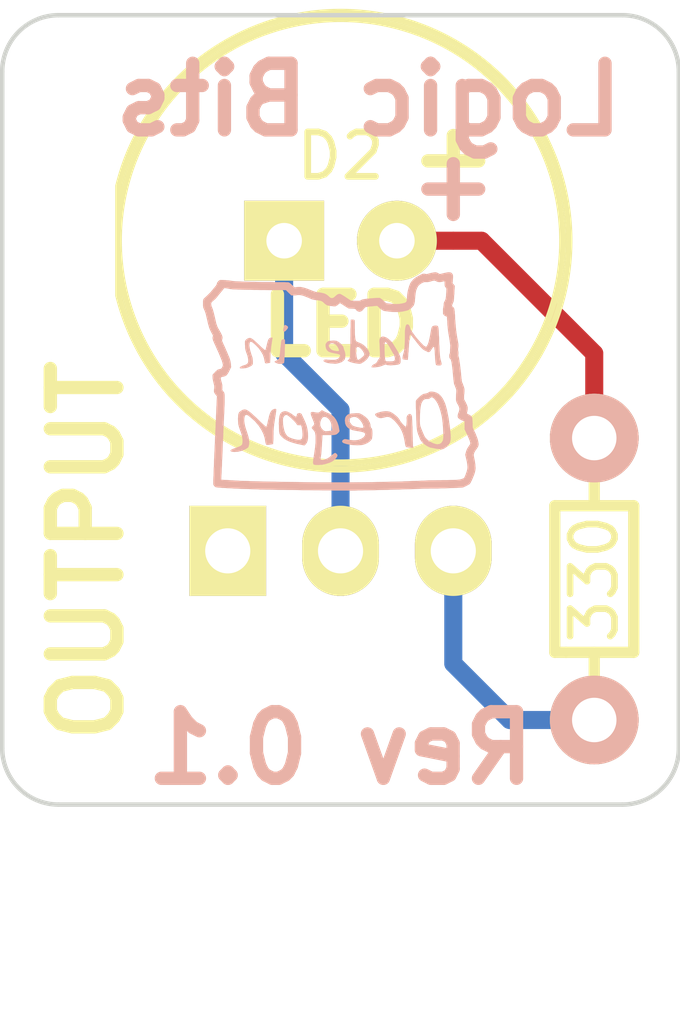
<source format=kicad_pcb>
(kicad_pcb (version 4) (host pcbnew 4.0.4-stable)

  (general
    (links 3)
    (no_connects 0)
    (area 132.029999 91.389999 147.370001 109.270001)
    (thickness 1.6)
    (drawings 14)
    (tracks 10)
    (zones 0)
    (modules 4)
    (nets 5)
  )

  (page A4)
  (layers
    (0 F.Cu signal)
    (31 B.Cu signal)
    (32 B.Adhes user)
    (33 F.Adhes user)
    (34 B.Paste user)
    (35 F.Paste user)
    (36 B.SilkS user)
    (37 F.SilkS user)
    (38 B.Mask user)
    (39 F.Mask user)
    (40 Dwgs.User user)
    (41 Cmts.User user)
    (42 Eco1.User user)
    (43 Eco2.User user)
    (44 Edge.Cuts user)
    (45 Margin user)
    (46 B.CrtYd user)
    (47 F.CrtYd user)
    (48 B.Fab user)
    (49 F.Fab user hide)
  )

  (setup
    (last_trace_width 0.25)
    (user_trace_width 0.254)
    (user_trace_width 0.3048)
    (user_trace_width 0.4064)
    (user_trace_width 0.6096)
    (trace_clearance 0.2)
    (zone_clearance 0.508)
    (zone_45_only no)
    (trace_min 0.2)
    (segment_width 0.2)
    (edge_width 0.1)
    (via_size 0.6)
    (via_drill 0.4)
    (via_min_size 0.4)
    (via_min_drill 0.3)
    (uvia_size 0.3)
    (uvia_drill 0.1)
    (uvias_allowed no)
    (uvia_min_size 0.2)
    (uvia_min_drill 0.1)
    (pcb_text_width 0.3)
    (pcb_text_size 1.5 1.5)
    (mod_edge_width 0.15)
    (mod_text_size 1 1)
    (mod_text_width 0.15)
    (pad_size 2.032 1.7272)
    (pad_drill 1.016)
    (pad_to_mask_clearance 0)
    (aux_axis_origin 0 0)
    (visible_elements 7FFFFFFF)
    (pcbplotparams
      (layerselection 0x010f0_80000001)
      (usegerberextensions false)
      (excludeedgelayer true)
      (linewidth 0.100000)
      (plotframeref false)
      (viasonmask false)
      (mode 1)
      (useauxorigin false)
      (hpglpennumber 1)
      (hpglpenspeed 20)
      (hpglpendiameter 15)
      (hpglpenoverlay 2)
      (psnegative false)
      (psa4output false)
      (plotreference true)
      (plotvalue true)
      (plotinvisibletext false)
      (padsonsilk false)
      (subtractmaskfromsilk false)
      (outputformat 1)
      (mirror false)
      (drillshape 0)
      (scaleselection 1)
      (outputdirectory gerber/))
  )

  (net 0 "")
  (net 1 GND)
  (net 2 +5V)
  (net 3 "Net-(D2-Pad2)")
  (net 4 "Net-(P2-Pad1)")

  (net_class Default "This is the default net class."
    (clearance 0.2)
    (trace_width 0.25)
    (via_dia 0.6)
    (via_drill 0.4)
    (uvia_dia 0.3)
    (uvia_drill 0.1)
    (add_net +5V)
    (add_net GND)
    (add_net "Net-(D2-Pad2)")
    (add_net "Net-(P2-Pad1)")
  )

  (module LEDs:LED-10MM (layer F.Cu) (tedit 5913E2BA) (tstamp 5913E04A)
    (at 138.43 96.52)
    (descr "LED 10mm - Lead pitch 100mil (2,54mm)")
    (tags "LED led 10mm 10MM 100mil 2.54mm")
    (path /5913E27E)
    (fp_text reference D2 (at 1.27 -1.905) (layer F.SilkS)
      (effects (font (size 1 1) (thickness 0.15)))
    )
    (fp_text value LED (at 1.5 6.1) (layer F.Fab)
      (effects (font (size 1 1) (thickness 0.15)))
    )
    (fp_line (start -4 -1.25) (end -4 1.25) (layer F.CrtYd) (width 0.05))
    (fp_arc (start 1.25 0) (end -4 -1.25) (angle 332.9) (layer F.CrtYd) (width 0.05))
    (fp_line (start -3.73 -1.23) (end -3.73 1.23) (layer F.SilkS) (width 0.15))
    (fp_arc (start 1.27 0) (end -3.73 -1.23) (angle 332.2) (layer F.SilkS) (width 0.15))
    (fp_circle (center 1.27 0) (end 1.27 5) (layer F.SilkS) (width 0.15))
    (pad 2 thru_hole circle (at 2.54 0 180) (size 1.8 1.8) (drill 0.8) (layers *.Cu *.Mask F.SilkS)
      (net 3 "Net-(D2-Pad2)"))
    (pad 1 thru_hole rect (at 0 0 180) (size 1.8 1.8) (drill 0.8) (layers *.Cu *.Mask F.SilkS)
      (net 1 GND))
    (model LEDs.3dshapes/LED-10MM.wrl
      (at (xyz 0 0 0))
      (scale (xyz 1 1 1))
      (rotate (xyz 0 0 0))
    )
  )

  (module Pin_Headers:Pin_Header_Angled_1x03 (layer F.Cu) (tedit 56987DA4) (tstamp 566DBE5A)
    (at 142.24 103.505 270)
    (descr "Through hole pin header")
    (tags "pin header")
    (path /566DEE5D)
    (fp_text reference P2 (at 0 -5.1 270) (layer F.Fab) hide
      (effects (font (size 1 1) (thickness 0.15)))
    )
    (fp_text value JMP_IN (at 0 -3.1 270) (layer F.Fab)
      (effects (font (size 1 1) (thickness 0.15)))
    )
    (fp_line (start -1.5 -1.75) (end -1.5 6.85) (layer F.CrtYd) (width 0.05))
    (fp_line (start -1.5 -1.75) (end 10.65 -1.75) (layer F.CrtYd) (width 0.05))
    (fp_line (start -1.5 6.85) (end 10.65 6.85) (layer F.CrtYd) (width 0.05))
    (pad 1 thru_hole oval (at 0 0 270) (size 2.032 1.7272) (drill 1.016) (layers *.Cu *.Mask F.SilkS)
      (net 4 "Net-(P2-Pad1)"))
    (pad 2 thru_hole oval (at 0 2.54 270) (size 2.032 1.7272) (drill 1.016) (layers *.Cu *.Mask F.SilkS)
      (net 1 GND))
    (pad 3 thru_hole rect (at 0 5.08 270) (size 2.032 1.7272) (drill 1.016) (layers *.Cu *.Mask F.SilkS)
      (net 2 +5V))
    (model Socket_Strips.3dshapes/Socket_Strip_Angled_1x03.wrl
      (at (xyz 0 -0.1 0))
      (scale (xyz 1 1 1))
      (rotate (xyz 0 0 90))
    )
  )

  (module myFootPrints:MadeInOregonRev25 (layer F.Cu) (tedit 0) (tstamp 566E1B71)
    (at 139.7 99.695)
    (fp_text reference VAL (at 0 0) (layer F.SilkS) hide
      (effects (font (size 1.143 1.143) (thickness 0.1778)))
    )
    (fp_text value MadeInOregonRev25 (at 0 0) (layer F.SilkS) hide
      (effects (font (size 1.143 1.143) (thickness 0.1778)))
    )
    (fp_poly (pts (xy -3.09626 -1.76022) (xy -3.09626 -1.72212) (xy -3.09372 -1.69672) (xy -3.09118 -1.67386)
      (xy -3.0861 -1.65608) (xy -3.07594 -1.63576) (xy -3.0734 -1.62814) (xy -3.0607 -1.6002)
      (xy -3.05054 -1.5748) (xy -3.04038 -1.54432) (xy -3.03022 -1.50876) (xy -3.02006 -1.46304)
      (xy -3.00736 -1.4097) (xy -3.00228 -1.39192) (xy -2.98704 -1.31826) (xy -2.96926 -1.2573)
      (xy -2.95402 -1.20396) (xy -2.9337 -1.15824) (xy -2.91338 -1.1176) (xy -2.91338 -1.74752)
      (xy -2.91338 -1.76276) (xy -2.91084 -1.77546) (xy -2.90322 -1.78816) (xy -2.89052 -1.8034)
      (xy -2.86766 -1.82118) (xy -2.8575 -1.83134) (xy -2.82956 -1.8542) (xy -2.80416 -1.8796)
      (xy -2.78638 -1.90246) (xy -2.77876 -1.91008) (xy -2.76606 -1.92786) (xy -2.74574 -1.95326)
      (xy -2.72034 -1.98374) (xy -2.69494 -2.01422) (xy -2.6924 -2.01676) (xy -2.66954 -2.0447)
      (xy -2.64922 -2.0701) (xy -2.63652 -2.08788) (xy -2.6289 -2.09804) (xy -2.6289 -2.10058)
      (xy -2.62382 -2.10566) (xy -2.60604 -2.10566) (xy -2.58064 -2.10566) (xy -2.55016 -2.10058)
      (xy -2.51968 -2.0955) (xy -2.50952 -2.09296) (xy -2.49682 -2.09042) (xy -2.48412 -2.08534)
      (xy -2.46888 -2.08534) (xy -2.4511 -2.0828) (xy -2.4257 -2.08026) (xy -2.39268 -2.07772)
      (xy -2.35458 -2.07772) (xy -2.30632 -2.07518) (xy -2.2479 -2.07518) (xy -2.17678 -2.07264)
      (xy -2.09296 -2.0701) (xy -2.03962 -2.0701) (xy -1.95326 -2.06756) (xy -1.8669 -2.06756)
      (xy -1.78054 -2.06502) (xy -1.69672 -2.06502) (xy -1.61798 -2.06248) (xy -1.54686 -2.06248)
      (xy -1.48336 -2.06248) (xy -1.4351 -2.06248) (xy -1.4224 -2.06248) (xy -1.22936 -2.06248)
      (xy -1.1684 -2.00152) (xy -1.10744 -1.9431) (xy -1.0668 -1.9431) (xy -1.03886 -1.9431)
      (xy -1.0033 -1.94564) (xy -0.97536 -1.95072) (xy -0.94234 -1.95326) (xy -0.91186 -1.95072)
      (xy -0.87884 -1.94564) (xy -0.8382 -1.93548) (xy -0.79248 -1.9177) (xy -0.7366 -1.89484)
      (xy -0.72136 -1.88976) (xy -0.67818 -1.86944) (xy -0.64516 -1.85674) (xy -0.61722 -1.84912)
      (xy -0.59182 -1.84404) (xy -0.56388 -1.83896) (xy -0.5461 -1.83642) (xy -0.50038 -1.83134)
      (xy -0.46482 -1.82626) (xy -0.43688 -1.81864) (xy -0.41656 -1.80848) (xy -0.39624 -1.79578)
      (xy -0.37592 -1.77546) (xy -0.37338 -1.77292) (xy -0.35052 -1.7526) (xy -0.32512 -1.73482)
      (xy -0.30734 -1.72212) (xy -0.30734 -1.72212) (xy -0.28702 -1.71704) (xy -0.25654 -1.71196)
      (xy -0.22098 -1.70434) (xy -0.18288 -1.7018) (xy -0.14986 -1.69672) (xy -0.12446 -1.69672)
      (xy -0.10922 -1.69926) (xy -0.09652 -1.70688) (xy -0.07366 -1.71958) (xy -0.05334 -1.73736)
      (xy -0.03048 -1.75768) (xy -0.01524 -1.7653) (xy -0.00508 -1.76784) (xy 0 -1.7653)
      (xy 0.01016 -1.75768) (xy 0.03048 -1.74498) (xy 0.05842 -1.7272) (xy 0.0889 -1.70688)
      (xy 0.09652 -1.7018) (xy 0.18288 -1.64846) (xy 0.25908 -1.64592) (xy 0.29464 -1.64338)
      (xy 0.3175 -1.64084) (xy 0.3302 -1.6383) (xy 0.34036 -1.63322) (xy 0.34544 -1.6256)
      (xy 0.34798 -1.62052) (xy 0.3683 -1.59766) (xy 0.39624 -1.58242) (xy 0.42672 -1.5748)
      (xy 0.4318 -1.5748) (xy 0.45974 -1.58242) (xy 0.48768 -1.6002) (xy 0.51562 -1.63068)
      (xy 0.52578 -1.64338) (xy 0.53848 -1.65608) (xy 0.5461 -1.66624) (xy 0.55626 -1.67386)
      (xy 0.56896 -1.68148) (xy 0.58928 -1.68402) (xy 0.61468 -1.6891) (xy 0.65278 -1.69418)
      (xy 0.70104 -1.69672) (xy 0.71628 -1.69926) (xy 0.8255 -1.70942) (xy 0.85598 -1.68148)
      (xy 0.89154 -1.64846) (xy 0.9271 -1.62306) (xy 0.95758 -1.60274) (xy 0.96774 -1.59766)
      (xy 0.9906 -1.59258) (xy 1.02362 -1.5875) (xy 1.0668 -1.58242) (xy 1.11252 -1.57734)
      (xy 1.16332 -1.57226) (xy 1.21158 -1.56972) (xy 1.2573 -1.56972) (xy 1.25984 -1.56972)
      (xy 1.3081 -1.56972) (xy 1.35128 -1.5748) (xy 1.39446 -1.57988) (xy 1.44272 -1.59004)
      (xy 1.48844 -1.6002) (xy 1.52146 -1.61036) (xy 1.54686 -1.62306) (xy 1.56972 -1.63576)
      (xy 1.59258 -1.65608) (xy 1.61798 -1.68148) (xy 1.63576 -1.7018) (xy 1.651 -1.72212)
      (xy 1.65862 -1.74498) (xy 1.66624 -1.77292) (xy 1.67386 -1.80848) (xy 1.6764 -1.85166)
      (xy 1.68148 -1.90246) (xy 1.6891 -1.9812) (xy 1.7018 -2.04978) (xy 1.72212 -2.10566)
      (xy 1.74752 -2.15138) (xy 1.75006 -2.15646) (xy 1.77546 -2.18186) (xy 1.81356 -2.2098)
      (xy 1.82626 -2.21742) (xy 1.8542 -2.23012) (xy 1.87706 -2.24028) (xy 1.89484 -2.24282)
      (xy 1.9177 -2.24282) (xy 1.92024 -2.24282) (xy 1.95834 -2.24282) (xy 2.00152 -2.25044)
      (xy 2.032 -2.25806) (xy 2.0701 -2.27076) (xy 2.09804 -2.27584) (xy 2.11582 -2.27838)
      (xy 2.13106 -2.2733) (xy 2.1463 -2.26822) (xy 2.15392 -2.26314) (xy 2.1844 -2.2479)
      (xy 2.22758 -2.24282) (xy 2.27584 -2.2479) (xy 2.29108 -2.25298) (xy 2.31394 -2.25806)
      (xy 2.33426 -2.26314) (xy 2.34188 -2.26314) (xy 2.34188 -2.25806) (xy 2.34442 -2.23774)
      (xy 2.34442 -2.21488) (xy 2.34442 -2.21234) (xy 2.34442 -2.1844) (xy 2.34696 -2.16408)
      (xy 2.35204 -2.1463) (xy 2.36474 -2.12852) (xy 2.3876 -2.0955) (xy 2.37998 -1.97612)
      (xy 2.37744 -1.9304) (xy 2.37236 -1.89738) (xy 2.36982 -1.87198) (xy 2.36474 -1.8542)
      (xy 2.35966 -1.83896) (xy 2.35204 -1.82372) (xy 2.34696 -1.8161) (xy 2.33172 -1.78562)
      (xy 2.3241 -1.75768) (xy 2.3241 -1.73736) (xy 2.32156 -1.70942) (xy 2.31902 -1.68656)
      (xy 2.31648 -1.67894) (xy 2.31394 -1.66116) (xy 2.30886 -1.63576) (xy 2.30886 -1.60274)
      (xy 2.30886 -1.59004) (xy 2.30886 -1.55702) (xy 2.30886 -1.5367) (xy 2.31394 -1.52146)
      (xy 2.32156 -1.5113) (xy 2.33172 -1.4986) (xy 2.33426 -1.49606) (xy 2.35458 -1.48082)
      (xy 2.3749 -1.4732) (xy 2.37744 -1.47066) (xy 2.3876 -1.47066) (xy 2.39268 -1.46558)
      (xy 2.39776 -1.45034) (xy 2.4003 -1.42494) (xy 2.40284 -1.39192) (xy 2.40538 -1.35382)
      (xy 2.40538 -1.33096) (xy 2.40792 -1.28778) (xy 2.413 -1.2319) (xy 2.42062 -1.16078)
      (xy 2.43332 -1.07442) (xy 2.4511 -0.97536) (xy 2.4511 -0.96774) (xy 2.45872 -0.92456)
      (xy 2.4638 -0.88392) (xy 2.46888 -0.85344) (xy 2.47142 -0.83058) (xy 2.47396 -0.82296)
      (xy 2.47396 -0.81026) (xy 2.47142 -0.7874) (xy 2.47142 -0.75692) (xy 2.46888 -0.72644)
      (xy 2.46888 -0.69342) (xy 2.46634 -0.66294) (xy 2.4638 -0.64262) (xy 2.46126 -0.635)
      (xy 2.4511 -0.6096) (xy 2.44856 -0.57912) (xy 2.4511 -0.54864) (xy 2.46126 -0.52324)
      (xy 2.4765 -0.51054) (xy 2.48412 -0.49784) (xy 2.49174 -0.47244) (xy 2.5019 -0.4318)
      (xy 2.50952 -0.37592) (xy 2.51968 -0.30734) (xy 2.5273 -0.2286) (xy 2.53238 -0.16764)
      (xy 2.53746 -0.1143) (xy 2.54254 -0.0635) (xy 2.54762 -0.02032) (xy 2.5527 0.01524)
      (xy 2.55524 0.04064) (xy 2.55778 0.05334) (xy 2.56794 0.07366) (xy 2.5781 0.1016)
      (xy 2.58826 0.127) (xy 2.59588 0.14732) (xy 2.6035 0.16256) (xy 2.60604 0.18034)
      (xy 2.60858 0.20066) (xy 2.60858 0.22606) (xy 2.60604 0.25908) (xy 2.6035 0.3048)
      (xy 2.6035 0.32512) (xy 2.60096 0.37084) (xy 2.60096 0.4064) (xy 2.60604 0.43434)
      (xy 2.61366 0.45974) (xy 2.62636 0.48768) (xy 2.64668 0.5207) (xy 2.66446 0.5588)
      (xy 2.67462 0.58674) (xy 2.6797 0.61468) (xy 2.67462 0.64262) (xy 2.66446 0.68072)
      (xy 2.65938 0.69088) (xy 2.64668 0.72898) (xy 2.63906 0.75946) (xy 2.63906 0.77978)
      (xy 2.6416 0.79756) (xy 2.64922 0.8128) (xy 2.64922 0.81534) (xy 2.66446 0.83058)
      (xy 2.68986 0.84836) (xy 2.72034 0.86614) (xy 2.75336 0.87884) (xy 2.77368 0.88646)
      (xy 2.794 0.89154) (xy 2.794 0.98044) (xy 2.794 1.07188) (xy 2.82448 1.13538)
      (xy 2.8575 1.20396) (xy 2.8829 1.26238) (xy 2.90322 1.31064) (xy 2.91592 1.3462)
      (xy 2.921 1.36652) (xy 2.92354 1.3843) (xy 2.92354 1.39954) (xy 2.91592 1.41478)
      (xy 2.90068 1.4351) (xy 2.90068 1.43764) (xy 2.87274 1.47828) (xy 2.84988 1.51638)
      (xy 2.8321 1.5621) (xy 2.82448 1.59004) (xy 2.80924 1.64338) (xy 2.8321 1.74244)
      (xy 2.84734 1.80848) (xy 2.85496 1.86182) (xy 2.86004 1.90754) (xy 2.86004 1.94818)
      (xy 2.85242 1.98628) (xy 2.84226 2.02438) (xy 2.84226 2.02438) (xy 2.82702 2.06756)
      (xy 2.81432 2.10566) (xy 2.79908 2.13868) (xy 2.78892 2.16154) (xy 2.77876 2.1717)
      (xy 2.77876 2.17424) (xy 2.7686 2.17678) (xy 2.74828 2.1844) (xy 2.74066 2.18948)
      (xy 2.7178 2.1971) (xy 2.68224 2.20472) (xy 2.63398 2.2098) (xy 2.57302 2.21234)
      (xy 2.49682 2.21488) (xy 2.40792 2.21742) (xy 2.30632 2.21742) (xy 2.29616 2.21742)
      (xy 2.24028 2.21996) (xy 2.17424 2.21996) (xy 2.10058 2.2225) (xy 2.02184 2.2225)
      (xy 1.9431 2.22504) (xy 1.86944 2.23012) (xy 1.84912 2.23012) (xy 1.6129 2.23774)
      (xy 1.38684 2.2479) (xy 1.16332 2.25298) (xy 0.9398 2.25806) (xy 0.71882 2.26314)
      (xy 0.4953 2.26568) (xy 0.26924 2.26822) (xy 0.03556 2.26822) (xy -0.2032 2.26822)
      (xy -0.45466 2.26822) (xy -0.71628 2.26568) (xy -0.84836 2.26314) (xy -1.03378 2.2606)
      (xy -1.20396 2.25806) (xy -1.36144 2.25552) (xy -1.50622 2.25298) (xy -1.64084 2.25044)
      (xy -1.7653 2.2479) (xy -1.88214 2.24536) (xy -1.98882 2.24282) (xy -2.08788 2.23774)
      (xy -2.17932 2.2352) (xy -2.26822 2.23266) (xy -2.35204 2.22758) (xy -2.39776 2.22504)
      (xy -2.46126 2.2225) (xy -2.51968 2.21742) (xy -2.57302 2.21488) (xy -2.61874 2.21234)
      (xy -2.65176 2.2098) (xy -2.67462 2.2098) (xy -2.68732 2.2098) (xy -2.68732 2.2098)
      (xy -2.68732 2.20218) (xy -2.68478 2.17932) (xy -2.68478 2.1463) (xy -2.68224 2.09804)
      (xy -2.6797 2.03962) (xy -2.67716 1.97104) (xy -2.67208 1.8923) (xy -2.66954 1.80594)
      (xy -2.66446 1.70942) (xy -2.65938 1.60782) (xy -2.65684 1.50114) (xy -2.65176 1.38684)
      (xy -2.64414 1.27) (xy -2.64414 1.25476) (xy -2.63906 1.11506) (xy -2.63398 0.98806)
      (xy -2.6289 0.87376) (xy -2.62382 0.77216) (xy -2.61874 0.68326) (xy -2.6162 0.60452)
      (xy -2.61366 0.53848) (xy -2.61112 0.47752) (xy -2.61112 0.42926) (xy -2.61112 0.38608)
      (xy -2.61112 0.35306) (xy -2.61112 0.32258) (xy -2.61112 0.29972) (xy -2.61366 0.28194)
      (xy -2.6162 0.2667) (xy -2.61874 0.25654) (xy -2.62128 0.24638) (xy -2.62636 0.23876)
      (xy -2.63144 0.23368) (xy -2.63652 0.22606) (xy -2.6416 0.21844) (xy -2.6543 0.2032)
      (xy -2.66192 0.18796) (xy -2.66446 0.17272) (xy -2.66192 0.14732) (xy -2.66192 0.13716)
      (xy -2.66192 0.1016) (xy -2.66446 0.06858) (xy -2.67462 0.02794) (xy -2.67462 0.0254)
      (xy -2.68732 -0.01778) (xy -2.69494 -0.04826) (xy -2.69748 -0.07112) (xy -2.69748 -0.08382)
      (xy -2.69494 -0.09398) (xy -2.68732 -0.09906) (xy -2.68732 -0.1016) (xy -2.66954 -0.10668)
      (xy -2.64668 -0.1143) (xy -2.63652 -0.1143) (xy -2.60858 -0.12192) (xy -2.58572 -0.13208)
      (xy -2.5654 -0.14732) (xy -2.54762 -0.17018) (xy -2.52476 -0.20574) (xy -2.50698 -0.2413)
      (xy -2.4638 -0.3302) (xy -2.47142 -0.40894) (xy -2.4765 -0.43942) (xy -2.48158 -0.46736)
      (xy -2.4892 -0.49276) (xy -2.49682 -0.5207) (xy -2.50952 -0.55626) (xy -2.52984 -0.59944)
      (xy -2.53492 -0.61214) (xy -2.55524 -0.66294) (xy -2.5781 -0.71374) (xy -2.60096 -0.76708)
      (xy -2.62128 -0.8128) (xy -2.63144 -0.83058) (xy -2.64668 -0.86868) (xy -2.65938 -0.89662)
      (xy -2.667 -0.91694) (xy -2.66954 -0.92964) (xy -2.667 -0.9398) (xy -2.667 -0.94996)
      (xy -2.65938 -0.97536) (xy -2.65938 -1.00584) (xy -2.66954 -1.03886) (xy -2.68732 -1.0795)
      (xy -2.71272 -1.12776) (xy -2.71526 -1.1303) (xy -2.73812 -1.17094) (xy -2.75844 -1.2065)
      (xy -2.77368 -1.23698) (xy -2.78384 -1.26746) (xy -2.79654 -1.30048) (xy -2.8067 -1.34112)
      (xy -2.81686 -1.38684) (xy -2.82702 -1.43256) (xy -2.84226 -1.49606) (xy -2.85496 -1.54686)
      (xy -2.86512 -1.5875) (xy -2.87528 -1.62052) (xy -2.88544 -1.64846) (xy -2.89306 -1.67132)
      (xy -2.90068 -1.68148) (xy -2.9083 -1.70942) (xy -2.91338 -1.7399) (xy -2.91338 -1.74752)
      (xy -2.91338 -1.1176) (xy -2.91084 -1.11506) (xy -2.90576 -1.09982) (xy -2.88798 -1.07188)
      (xy -2.87782 -1.04902) (xy -2.87274 -1.03632) (xy -2.87274 -1.02616) (xy -2.87782 -1.016)
      (xy -2.88036 -0.99822) (xy -2.8829 -0.98044) (xy -2.87782 -0.95758) (xy -2.8702 -0.92964)
      (xy -2.85496 -0.89408) (xy -2.83464 -0.84582) (xy -2.8194 -0.81534) (xy -2.78384 -0.73406)
      (xy -2.74828 -0.65786) (xy -2.72034 -0.58928) (xy -2.69494 -0.52832) (xy -2.67462 -0.47752)
      (xy -2.66192 -0.43688) (xy -2.6543 -0.40894) (xy -2.6543 -0.4064) (xy -2.64922 -0.37846)
      (xy -2.65176 -0.36068) (xy -2.65684 -0.34036) (xy -2.66446 -0.32766) (xy -2.67462 -0.30734)
      (xy -2.68732 -0.29464) (xy -2.70256 -0.28702) (xy -2.72542 -0.28194) (xy -2.73812 -0.2794)
      (xy -2.75336 -0.27686) (xy -2.77114 -0.2667) (xy -2.78892 -0.25146) (xy -2.81686 -0.22606)
      (xy -2.82448 -0.2159) (xy -2.84988 -0.1905) (xy -2.86766 -0.17272) (xy -2.87782 -0.16002)
      (xy -2.8829 -0.14732) (xy -2.8829 -0.13208) (xy -2.8829 -0.12192) (xy -2.88036 -0.06858)
      (xy -2.86766 -0.00762) (xy -2.85242 0.05588) (xy -2.8448 0.08382) (xy -2.84226 0.10668)
      (xy -2.84226 0.12954) (xy -2.8448 0.16002) (xy -2.84734 0.1651) (xy -2.84988 0.19812)
      (xy -2.84988 0.22606) (xy -2.84226 0.24892) (xy -2.82448 0.27686) (xy -2.8067 0.29972)
      (xy -2.78384 0.32766) (xy -2.82702 1.3081) (xy -2.8321 1.42748) (xy -2.83718 1.54432)
      (xy -2.84226 1.65608) (xy -2.84734 1.76276) (xy -2.84988 1.86182) (xy -2.85496 1.95326)
      (xy -2.8575 2.03708) (xy -2.86004 2.11074) (xy -2.86258 2.17424) (xy -2.86512 2.22758)
      (xy -2.86512 2.26822) (xy -2.86512 2.29616) (xy -2.86512 2.3114) (xy -2.86512 2.3114)
      (xy -2.85496 2.3368) (xy -2.83464 2.35966) (xy -2.81178 2.3749) (xy -2.8067 2.37744)
      (xy -2.794 2.37998) (xy -2.76606 2.38252) (xy -2.72796 2.38506) (xy -2.6797 2.39014)
      (xy -2.62128 2.39268) (xy -2.55778 2.39776) (xy -2.48412 2.4003) (xy -2.40792 2.40538)
      (xy -2.32664 2.40792) (xy -2.24536 2.413) (xy -2.16154 2.41554) (xy -2.08026 2.41808)
      (xy -1.99898 2.42062) (xy -1.92278 2.42316) (xy -1.85166 2.4257) (xy -1.80848 2.42824)
      (xy -1.74752 2.42824) (xy -1.67386 2.43078) (xy -1.59004 2.43078) (xy -1.4986 2.43332)
      (xy -1.397 2.43586) (xy -1.29032 2.43586) (xy -1.1811 2.4384) (xy -1.0668 2.4384)
      (xy -0.95504 2.44094) (xy -0.84582 2.44348) (xy -0.80264 2.44348) (xy -0.70104 2.44348)
      (xy -0.59944 2.44602) (xy -0.50038 2.44602) (xy -0.40386 2.44856) (xy -0.31496 2.44856)
      (xy -0.23114 2.44856) (xy -0.15748 2.4511) (xy -0.09398 2.4511) (xy -0.04064 2.4511)
      (xy 0 2.4511) (xy 0.02286 2.4511) (xy 0.05842 2.4511) (xy 0.10922 2.4511)
      (xy 0.17018 2.4511) (xy 0.2413 2.4511) (xy 0.3175 2.4511) (xy 0.39878 2.44856)
      (xy 0.4826 2.44856) (xy 0.56642 2.44602) (xy 0.60198 2.44602) (xy 0.75692 2.44348)
      (xy 0.90678 2.4384) (xy 1.0541 2.43586) (xy 1.1938 2.43078) (xy 1.32588 2.42824)
      (xy 1.45034 2.42316) (xy 1.56464 2.42062) (xy 1.66624 2.41808) (xy 1.7526 2.413)
      (xy 1.77038 2.413) (xy 1.82626 2.41046) (xy 1.8923 2.40792) (xy 1.96342 2.40792)
      (xy 2.03454 2.40538) (xy 2.10312 2.40538) (xy 2.12852 2.40538) (xy 2.19456 2.40538)
      (xy 2.26822 2.40284) (xy 2.3495 2.40284) (xy 2.42824 2.39776) (xy 2.50444 2.39522)
      (xy 2.54254 2.39522) (xy 2.75844 2.38252) (xy 2.82956 2.3495) (xy 2.86258 2.33172)
      (xy 2.88798 2.31902) (xy 2.90576 2.30632) (xy 2.91084 2.30124) (xy 2.92608 2.28092)
      (xy 2.94132 2.25044) (xy 2.96164 2.2098) (xy 2.97942 2.16662) (xy 2.9972 2.12344)
      (xy 3.01244 2.08534) (xy 3.02514 2.0447) (xy 3.03276 2.01168) (xy 3.03784 1.98628)
      (xy 3.04038 1.9558) (xy 3.04038 1.93548) (xy 3.0353 1.86182) (xy 3.0226 1.778)
      (xy 3.00736 1.70434) (xy 2.99974 1.66878) (xy 2.99974 1.64084) (xy 3.00736 1.61036)
      (xy 3.0226 1.57734) (xy 3.04546 1.53924) (xy 3.0607 1.52146) (xy 3.08356 1.4859)
      (xy 3.0988 1.4605) (xy 3.10642 1.4351) (xy 3.10896 1.4097) (xy 3.10642 1.37668)
      (xy 3.0988 1.33858) (xy 3.09118 1.3081) (xy 3.07848 1.26746) (xy 3.0607 1.22174)
      (xy 3.04038 1.1684) (xy 3.01498 1.1176) (xy 2.99466 1.07442) (xy 2.98704 1.05664)
      (xy 2.97942 1.0414) (xy 2.97688 1.02362) (xy 2.97434 1.0033) (xy 2.97434 0.97282)
      (xy 2.97434 0.93218) (xy 2.97434 0.9271) (xy 2.9718 0.87884) (xy 2.96926 0.8382)
      (xy 2.96418 0.81026) (xy 2.95148 0.7874) (xy 2.9337 0.76708) (xy 2.90576 0.7493)
      (xy 2.86766 0.72898) (xy 2.84734 0.71882) (xy 2.84734 0.7112) (xy 2.84988 0.69342)
      (xy 2.85496 0.66802) (xy 2.8575 0.6604) (xy 2.86258 0.61468) (xy 2.86258 0.5842)
      (xy 2.86258 0.57658) (xy 2.84988 0.5334) (xy 2.82956 0.48768) (xy 2.8067 0.44196)
      (xy 2.79908 0.42926) (xy 2.79146 0.41656) (xy 2.78638 0.40386) (xy 2.7813 0.38862)
      (xy 2.7813 0.37084) (xy 2.7813 0.34798) (xy 2.7813 0.3175) (xy 2.78638 0.27432)
      (xy 2.79146 0.22098) (xy 2.79146 0.21844) (xy 2.79146 0.19304) (xy 2.79146 0.16764)
      (xy 2.78384 0.1397) (xy 2.77622 0.11176) (xy 2.76352 0.07874) (xy 2.75336 0.04826)
      (xy 2.7432 0.0254) (xy 2.74066 0.02032) (xy 2.73558 0.00762) (xy 2.7305 -0.0127)
      (xy 2.72796 -0.04064) (xy 2.72288 -0.07874) (xy 2.7178 -0.12954) (xy 2.71272 -0.1905)
      (xy 2.7051 -0.25908) (xy 2.69748 -0.32512) (xy 2.68986 -0.38862) (xy 2.6797 -0.44958)
      (xy 2.67208 -0.50292) (xy 2.66446 -0.5461) (xy 2.6543 -0.57658) (xy 2.65176 -0.58674)
      (xy 2.65176 -0.60452) (xy 2.6543 -0.6223) (xy 2.65684 -0.6477) (xy 2.65176 -0.68326)
      (xy 2.65176 -0.68326) (xy 2.64668 -0.71628) (xy 2.64922 -0.75184) (xy 2.65176 -0.76962)
      (xy 2.6543 -0.79248) (xy 2.65684 -0.8128) (xy 2.6543 -0.83566) (xy 2.65176 -0.8636)
      (xy 2.64414 -0.90424) (xy 2.6416 -0.91948) (xy 2.62382 -1.01346) (xy 2.61112 -1.09982)
      (xy 2.60096 -1.1811) (xy 2.59334 -1.26238) (xy 2.58572 -1.35128) (xy 2.58064 -1.42748)
      (xy 2.5781 -1.49352) (xy 2.57302 -1.54432) (xy 2.57048 -1.58496) (xy 2.5654 -1.61544)
      (xy 2.56286 -1.6383) (xy 2.55524 -1.65608) (xy 2.54762 -1.66878) (xy 2.53746 -1.6764)
      (xy 2.52984 -1.68402) (xy 2.51714 -1.69418) (xy 2.51206 -1.70688) (xy 2.5146 -1.72466)
      (xy 2.52222 -1.75006) (xy 2.53238 -1.77546) (xy 2.53238 -1.77546) (xy 2.54 -1.78816)
      (xy 2.54254 -1.79832) (xy 2.54762 -1.81102) (xy 2.55016 -1.8288) (xy 2.5527 -1.85166)
      (xy 2.55524 -1.88214) (xy 2.55778 -1.92532) (xy 2.56286 -1.97866) (xy 2.56286 -2.0066)
      (xy 2.57302 -2.159) (xy 2.54762 -2.18948) (xy 2.52222 -2.21996) (xy 2.52984 -2.29616)
      (xy 2.53238 -2.34442) (xy 2.53238 -2.37998) (xy 2.52984 -2.40538) (xy 2.51968 -2.4257)
      (xy 2.50698 -2.44094) (xy 2.50444 -2.44348) (xy 2.4892 -2.45618) (xy 2.47142 -2.46126)
      (xy 2.44856 -2.4638) (xy 2.42062 -2.4638) (xy 2.38252 -2.45618) (xy 2.33172 -2.44602)
      (xy 2.32664 -2.44348) (xy 2.2352 -2.42316) (xy 2.19964 -2.44348) (xy 2.17424 -2.45618)
      (xy 2.15138 -2.4638) (xy 2.12344 -2.4638) (xy 2.09296 -2.45872) (xy 2.04978 -2.4511)
      (xy 2.0193 -2.44348) (xy 1.98374 -2.43332) (xy 1.9558 -2.4257) (xy 1.93802 -2.42316)
      (xy 1.92024 -2.4257) (xy 1.90754 -2.42824) (xy 1.88722 -2.43078) (xy 1.86944 -2.43078)
      (xy 1.84912 -2.42824) (xy 1.82372 -2.41808) (xy 1.79324 -2.40284) (xy 1.76022 -2.38506)
      (xy 1.71958 -2.3622) (xy 1.6891 -2.34442) (xy 1.66624 -2.32664) (xy 1.64846 -2.3114)
      (xy 1.63068 -2.29362) (xy 1.6129 -2.27076) (xy 1.59258 -2.2479) (xy 1.57734 -2.22504)
      (xy 1.56718 -2.20472) (xy 1.55702 -2.17932) (xy 1.54432 -2.1463) (xy 1.53162 -2.10312)
      (xy 1.52908 -2.09296) (xy 1.51638 -2.0447) (xy 1.50876 -2.00406) (xy 1.50368 -1.96596)
      (xy 1.4986 -1.92278) (xy 1.4986 -1.90754) (xy 1.49606 -1.86182) (xy 1.49352 -1.8288)
      (xy 1.4859 -1.80594) (xy 1.4732 -1.7907) (xy 1.45288 -1.778) (xy 1.4224 -1.77038)
      (xy 1.39446 -1.76276) (xy 1.3335 -1.7526) (xy 1.26238 -1.74752) (xy 1.18364 -1.75006)
      (xy 1.10998 -1.75768) (xy 1.03124 -1.7653) (xy 0.9652 -1.82372) (xy 0.9398 -1.84912)
      (xy 0.9144 -1.8669) (xy 0.89408 -1.88214) (xy 0.88392 -1.88722) (xy 0.86868 -1.88722)
      (xy 0.84328 -1.88722) (xy 0.80518 -1.88722) (xy 0.762 -1.88214) (xy 0.7112 -1.8796)
      (xy 0.6604 -1.87452) (xy 0.6096 -1.86944) (xy 0.56642 -1.86436) (xy 0.52324 -1.85674)
      (xy 0.49276 -1.85166) (xy 0.47244 -1.8415) (xy 0.45974 -1.83642) (xy 0.44958 -1.8288)
      (xy 0.43942 -1.82372) (xy 0.42418 -1.82118) (xy 0.40386 -1.82118) (xy 0.37592 -1.82118)
      (xy 0.33782 -1.82118) (xy 0.23622 -1.82372) (xy 0.13208 -1.8923) (xy 0.09398 -1.9177)
      (xy 0.06096 -1.93802) (xy 0.03302 -1.9558) (xy 0.0127 -1.96596) (xy 0.00508 -1.97104)
      (xy -0.02286 -1.97866) (xy -0.04826 -1.97358) (xy -0.07874 -1.95834) (xy -0.1143 -1.92786)
      (xy -0.11684 -1.92532) (xy -0.1397 -1.905) (xy -0.15748 -1.8923) (xy -0.17272 -1.88468)
      (xy -0.18796 -1.88214) (xy -0.19304 -1.88214) (xy -0.21082 -1.88468) (xy -0.22352 -1.88722)
      (xy -0.2413 -1.89992) (xy -0.26162 -1.9177) (xy -0.27178 -1.92786) (xy -0.30226 -1.95326)
      (xy -0.33528 -1.97358) (xy -0.37338 -1.98882) (xy -0.41656 -1.99898) (xy -0.47244 -2.00914)
      (xy -0.50038 -2.01168) (xy -0.53848 -2.01676) (xy -0.56896 -2.02438) (xy -0.59944 -2.03454)
      (xy -0.635 -2.04724) (xy -0.66548 -2.05994) (xy -0.70866 -2.07772) (xy -0.75692 -2.0955)
      (xy -0.80264 -2.11074) (xy -0.83058 -2.11836) (xy -0.86868 -2.12598) (xy -0.89662 -2.1336)
      (xy -0.91948 -2.1336) (xy -0.94234 -2.1336) (xy -0.97282 -2.13106) (xy -1.03378 -2.12344)
      (xy -1.0922 -2.17678) (xy -1.12776 -2.2098) (xy -1.1557 -2.23012) (xy -1.17348 -2.2352)
      (xy -1.18618 -2.23774) (xy -1.21412 -2.23774) (xy -1.24968 -2.24028) (xy -1.2954 -2.24028)
      (xy -1.3462 -2.24028) (xy -1.40208 -2.24028) (xy -1.40462 -2.24028) (xy -1.48844 -2.24028)
      (xy -1.57734 -2.24282) (xy -1.66878 -2.24282) (xy -1.76022 -2.24282) (xy -1.85166 -2.24536)
      (xy -1.94056 -2.2479) (xy -2.02438 -2.2479) (xy -2.10566 -2.25044) (xy -2.18186 -2.25298)
      (xy -2.25044 -2.25552) (xy -2.30886 -2.25806) (xy -2.35966 -2.2606) (xy -2.39776 -2.26314)
      (xy -2.42316 -2.26568) (xy -2.43586 -2.26822) (xy -2.45364 -2.27076) (xy -2.48666 -2.27584)
      (xy -2.52476 -2.28092) (xy -2.5654 -2.28346) (xy -2.58572 -2.286) (xy -2.63144 -2.28854)
      (xy -2.66446 -2.29108) (xy -2.68732 -2.29108) (xy -2.7051 -2.29108) (xy -2.7178 -2.28854)
      (xy -2.72796 -2.28346) (xy -2.7305 -2.28092) (xy -2.7559 -2.2606) (xy -2.77876 -2.22758)
      (xy -2.78892 -2.19202) (xy -2.79654 -2.17678) (xy -2.81178 -2.15392) (xy -2.8321 -2.13106)
      (xy -2.83718 -2.12344) (xy -2.86258 -2.09296) (xy -2.88544 -2.06502) (xy -2.90576 -2.04216)
      (xy -2.9083 -2.03708) (xy -2.92354 -2.0193) (xy -2.94894 -1.9939) (xy -2.97688 -1.96596)
      (xy -3.00482 -1.93802) (xy -3.03276 -1.91262) (xy -3.05816 -1.88976) (xy -3.07594 -1.87198)
      (xy -3.0861 -1.85928) (xy -3.0861 -1.85928) (xy -3.09118 -1.8415) (xy -3.09626 -1.81102)
      (xy -3.09626 -1.77038) (xy -3.09626 -1.76022) (xy -3.09626 -1.76022)) (layer B.SilkS) (width 0.00254))
    (fp_poly (pts (xy -0.67056 0.70358) (xy -0.67056 0.72136) (xy -0.66802 0.72644) (xy -0.66548 0.74676)
      (xy -0.65532 0.7747) (xy -0.64262 0.80772) (xy -0.63246 0.83312) (xy -0.61468 0.8763)
      (xy -0.60198 0.90932) (xy -0.59436 0.93218) (xy -0.59182 0.94996) (xy -0.5969 0.9652)
      (xy -0.60198 0.9779) (xy -0.61722 0.99568) (xy -0.63246 1.01092) (xy -0.64516 1.02362)
      (xy -0.6477 1.03632) (xy -0.64262 1.05156) (xy -0.62484 1.07188) (xy -0.6223 1.07696)
      (xy -0.59944 1.10236) (xy -0.5842 1.12522) (xy -0.57404 1.14554) (xy -0.56896 1.17348)
      (xy -0.56388 1.2065) (xy -0.56134 1.24968) (xy -0.56134 1.26238) (xy -0.56134 1.31572)
      (xy -0.56134 1.36652) (xy -0.56642 1.41986) (xy -0.5715 1.47828) (xy -0.58166 1.54686)
      (xy -0.59182 1.62306) (xy -0.59944 1.66116) (xy -0.60706 1.71704) (xy -0.61468 1.76022)
      (xy -0.61722 1.79324) (xy -0.61976 1.8161) (xy -0.61722 1.83388) (xy -0.61468 1.84658)
      (xy -0.6096 1.85674) (xy -0.6096 1.85928) (xy -0.60198 1.8669) (xy -0.59436 1.86944)
      (xy -0.58166 1.87198) (xy -0.56134 1.87452) (xy -0.53086 1.87452) (xy -0.51308 1.87452)
      (xy -0.47752 1.87452) (xy -0.45974 1.87198) (xy -0.45974 0.94234) (xy -0.45212 0.89662)
      (xy -0.43688 0.85344) (xy -0.41402 0.81788) (xy -0.40894 0.81026) (xy -0.38354 0.79502)
      (xy -0.35306 0.79248) (xy -0.32258 0.8001) (xy -0.2921 0.81788) (xy -0.26162 0.84582)
      (xy -0.23622 0.87884) (xy -0.21844 0.91948) (xy -0.21336 0.92964) (xy -0.20828 0.9525)
      (xy -0.2032 0.98044) (xy -0.19812 1.01092) (xy -0.19304 1.0414) (xy -0.1905 1.06934)
      (xy -0.18796 1.08712) (xy -0.1905 1.09728) (xy -0.20066 1.09982) (xy -0.22098 1.1049)
      (xy -0.24892 1.10998) (xy -0.2794 1.11252) (xy -0.30734 1.11506) (xy -0.3302 1.1176)
      (xy -0.34036 1.1176) (xy -0.36322 1.10998) (xy -0.38862 1.09474) (xy -0.39878 1.08458)
      (xy -0.4191 1.06172) (xy -0.43688 1.03886) (xy -0.44196 1.02616) (xy -0.4572 0.98806)
      (xy -0.45974 0.94234) (xy -0.45974 1.87198) (xy -0.4445 1.87198) (xy -0.42164 1.87198)
      (xy -0.41148 1.86944) (xy -0.37338 1.86182) (xy -0.3302 1.85166) (xy -0.28448 1.83642)
      (xy -0.24384 1.82372) (xy -0.21336 1.80848) (xy -0.20828 1.80848) (xy -0.17018 1.78562)
      (xy -0.13462 1.75768) (xy -0.10414 1.7272) (xy -0.08382 1.69926) (xy -0.07112 1.67386)
      (xy -0.07112 1.651) (xy -0.07112 1.651) (xy -0.08382 1.63068) (xy -0.10414 1.6129)
      (xy -0.12446 1.60528) (xy -0.12446 1.60528) (xy -0.1397 1.6129) (xy -0.16256 1.62814)
      (xy -0.19558 1.65608) (xy -0.20066 1.65862) (xy -0.24384 1.69672) (xy -0.28702 1.72466)
      (xy -0.3302 1.74498) (xy -0.37084 1.75768) (xy -0.40386 1.76276) (xy -0.4318 1.75514)
      (xy -0.43942 1.75006) (xy -0.44958 1.74244) (xy -0.45212 1.73482) (xy -0.45212 1.71958)
      (xy -0.44704 1.69672) (xy -0.4445 1.69418) (xy -0.44196 1.67386) (xy -0.43688 1.64338)
      (xy -0.4318 1.60274) (xy -0.42926 1.55194) (xy -0.42418 1.4859) (xy -0.4191 1.4097)
      (xy -0.41402 1.31826) (xy -0.41148 1.29286) (xy -0.4064 1.20142) (xy -0.27178 1.20142)
      (xy -0.21336 1.20142) (xy -0.17018 1.20142) (xy -0.13462 1.19888) (xy -0.10668 1.19126)
      (xy -0.08636 1.18364) (xy -0.06858 1.1684) (xy -0.0508 1.15316) (xy -0.04572 1.14808)
      (xy -0.03048 1.12776) (xy -0.0254 1.11506) (xy -0.0254 1.09474) (xy -0.02794 1.08458)
      (xy -0.04318 0.99822) (xy -0.06858 0.92202) (xy -0.1016 0.85598) (xy -0.14224 0.8001)
      (xy -0.1524 0.78994) (xy -0.18796 0.75692) (xy -0.22352 0.73406) (xy -0.26416 0.71374)
      (xy -0.29718 0.70104) (xy -0.3302 0.68834) (xy -0.36322 0.6731) (xy -0.37846 0.66548)
      (xy -0.4191 0.64262) (xy -0.44704 0.66548) (xy -0.4699 0.68326) (xy -0.49022 0.69596)
      (xy -0.51308 0.6985) (xy -0.54102 0.69596) (xy -0.57404 0.69088) (xy -0.60706 0.68326)
      (xy -0.62992 0.68326) (xy -0.64516 0.68326) (xy -0.65532 0.6858) (xy -0.66802 0.69342)
      (xy -0.67056 0.70358) (xy -0.67056 0.70358)) (layer B.SilkS) (width 0.00254))
    (fp_poly (pts (xy -2.47904 1.55448) (xy -2.47142 1.56464) (xy -2.47142 1.56718) (xy -2.45364 1.5748)
      (xy -2.4257 1.57988) (xy -2.39014 1.58242) (xy -2.3495 1.57988) (xy -2.30886 1.57734)
      (xy -2.29108 1.57226) (xy -2.24536 1.5621) (xy -2.1971 1.54686) (xy -2.15392 1.52654)
      (xy -2.11836 1.50622) (xy -2.0955 1.49098) (xy -2.08026 1.47828) (xy -2.07264 1.46558)
      (xy -2.06756 1.44526) (xy -2.06248 1.41986) (xy -2.05994 1.41224) (xy -2.0574 1.35636)
      (xy -2.06248 1.30048) (xy -2.07518 1.23698) (xy -2.09804 1.16586) (xy -2.10312 1.14808)
      (xy -2.13106 1.0668) (xy -2.15138 0.99568) (xy -2.16408 0.93218) (xy -2.16916 0.87376)
      (xy -2.16916 0.86614) (xy -2.16662 0.81788) (xy -2.159 0.77978) (xy -2.1463 0.75692)
      (xy -2.12598 0.74676) (xy -2.10058 0.75184) (xy -2.0955 0.75184) (xy -2.07772 0.76454)
      (xy -2.04978 0.78486) (xy -2.0193 0.81026) (xy -1.98628 0.8382) (xy -1.95326 0.86868)
      (xy -1.92278 0.89662) (xy -1.91516 0.90678) (xy -1.8415 0.99314) (xy -1.78308 1.08458)
      (xy -1.73736 1.17602) (xy -1.70688 1.27) (xy -1.69672 1.3335) (xy -1.69164 1.36398)
      (xy -1.68402 1.39192) (xy -1.6764 1.4097) (xy -1.6764 1.4097) (xy -1.66878 1.41986)
      (xy -1.66116 1.4224) (xy -1.64592 1.42494) (xy -1.62306 1.4224) (xy -1.59258 1.41732)
      (xy -1.55702 1.41224) (xy -1.51892 1.40462) (xy -1.51384 1.32334) (xy -1.5113 1.28016)
      (xy -1.5113 1.22936) (xy -1.50876 1.1811) (xy -1.50876 1.16078) (xy -1.50876 1.11252)
      (xy -1.50622 1.06426) (xy -1.50114 1.016) (xy -1.49606 0.96266) (xy -1.4859 0.89916)
      (xy -1.47574 0.82804) (xy -1.46812 0.78232) (xy -1.4605 0.7366) (xy -1.45542 0.69596)
      (xy -1.45034 0.6604) (xy -1.4478 0.63754) (xy -1.4478 0.62484) (xy -1.4478 0.6223)
      (xy -1.45796 0.61468) (xy -1.47574 0.61214) (xy -1.50114 0.61722) (xy -1.52654 0.62992)
      (xy -1.54686 0.64516) (xy -1.56464 0.66548) (xy -1.57988 0.69342) (xy -1.59512 0.73152)
      (xy -1.61036 0.77978) (xy -1.62306 0.84328) (xy -1.6256 0.84836) (xy -1.6383 0.9017)
      (xy -1.64592 0.94488) (xy -1.65608 0.97536) (xy -1.66116 0.99568) (xy -1.66624 1.00838)
      (xy -1.67132 1.01346) (xy -1.6764 1.016) (xy -1.6764 1.016) (xy -1.68402 1.01092)
      (xy -1.7018 0.99568) (xy -1.7272 0.97536) (xy -1.75768 0.94742) (xy -1.79324 0.9144)
      (xy -1.83134 0.8763) (xy -1.83388 0.87376) (xy -1.89992 0.81026) (xy -1.9558 0.75946)
      (xy -2.00152 0.71628) (xy -2.04216 0.68326) (xy -2.07772 0.65786) (xy -2.10566 0.64008)
      (xy -2.13106 0.62992) (xy -2.15392 0.62484) (xy -2.17678 0.62738) (xy -2.19964 0.63246)
      (xy -2.2225 0.64516) (xy -2.24282 0.65786) (xy -2.26822 0.67564) (xy -2.286 0.69342)
      (xy -2.29616 0.71882) (xy -2.30378 0.7493) (xy -2.30632 0.78994) (xy -2.30886 0.83566)
      (xy -2.30632 0.90424) (xy -2.30124 0.96266) (xy -2.28854 1.01346) (xy -2.27076 1.0668)
      (xy -2.26314 1.08712) (xy -2.24028 1.14808) (xy -2.2225 1.20904) (xy -2.21234 1.26746)
      (xy -2.20472 1.3208) (xy -2.20726 1.36906) (xy -2.21234 1.39954) (xy -2.21996 1.41732)
      (xy -2.23266 1.43256) (xy -2.25298 1.4478) (xy -2.28092 1.4605) (xy -2.31902 1.47574)
      (xy -2.3622 1.49098) (xy -2.39776 1.50368) (xy -2.42824 1.51638) (xy -2.45364 1.52908)
      (xy -2.4638 1.5367) (xy -2.4765 1.54686) (xy -2.47904 1.55448) (xy -2.47904 1.55448)) (layer B.SilkS) (width 0.00254))
    (fp_poly (pts (xy 1.69672 0.45974) (xy 1.69672 0.49784) (xy 1.69672 0.54356) (xy 1.69926 0.59944)
      (xy 1.7018 0.65786) (xy 1.7018 0.72136) (xy 1.70434 0.78486) (xy 1.70688 0.84836)
      (xy 1.70942 0.90678) (xy 1.71196 0.96012) (xy 1.7145 1.0033) (xy 1.71704 1.03886)
      (xy 1.71958 1.05664) (xy 1.7272 1.11252) (xy 1.74244 1.16332) (xy 1.7526 1.19634)
      (xy 1.76784 1.22936) (xy 1.78054 1.26238) (xy 1.78562 1.27762) (xy 1.78562 0.90424)
      (xy 1.78562 0.86614) (xy 1.78816 0.81788) (xy 1.78816 0.77978) (xy 1.7907 0.70358)
      (xy 1.79578 0.63754) (xy 1.80086 0.5842) (xy 1.80848 0.54102) (xy 1.8161 0.50292)
      (xy 1.8288 0.47244) (xy 1.83642 0.4572) (xy 1.85674 0.42418) (xy 1.8796 0.40386)
      (xy 1.91262 0.39116) (xy 1.95326 0.38862) (xy 1.95326 0.38862) (xy 1.9812 0.38862)
      (xy 1.99898 0.38354) (xy 2.01168 0.37592) (xy 2.01676 0.37084) (xy 2.03708 0.35306)
      (xy 2.05994 0.35052) (xy 2.0828 0.36068) (xy 2.11074 0.38354) (xy 2.11836 0.39116)
      (xy 2.15646 0.43942) (xy 2.19202 0.50038) (xy 2.2225 0.57404) (xy 2.25044 0.65532)
      (xy 2.2733 0.74676) (xy 2.286 0.80772) (xy 2.29362 0.86614) (xy 2.30124 0.92964)
      (xy 2.30632 0.99568) (xy 2.3114 1.06172) (xy 2.31394 1.12522) (xy 2.31648 1.18364)
      (xy 2.31648 1.23698) (xy 2.31394 1.28016) (xy 2.30886 1.31064) (xy 2.30886 1.31572)
      (xy 2.29362 1.34874) (xy 2.26822 1.37922) (xy 2.24028 1.39954) (xy 2.22758 1.40208)
      (xy 2.20726 1.40716) (xy 2.19202 1.4097) (xy 2.17424 1.4097) (xy 2.15138 1.40716)
      (xy 2.14376 1.40462) (xy 2.09296 1.38938) (xy 2.03962 1.36398) (xy 1.98882 1.3335)
      (xy 1.94564 1.29794) (xy 1.91008 1.25984) (xy 1.90246 1.24968) (xy 1.88976 1.22682)
      (xy 1.87452 1.1938) (xy 1.85674 1.15316) (xy 1.83896 1.10998) (xy 1.82118 1.0668)
      (xy 1.80594 1.02616) (xy 1.79578 0.99568) (xy 1.79578 0.99314) (xy 1.79324 0.97536)
      (xy 1.78816 0.95504) (xy 1.78816 0.93218) (xy 1.78562 0.90424) (xy 1.78562 1.27762)
      (xy 1.7907 1.29286) (xy 1.79324 1.29794) (xy 1.81356 1.33096) (xy 1.84404 1.36906)
      (xy 1.88468 1.40462) (xy 1.93294 1.44018) (xy 1.94818 1.4478) (xy 1.9685 1.4605)
      (xy 1.98882 1.47066) (xy 2.00914 1.47828) (xy 2.032 1.4859) (xy 2.06248 1.49098)
      (xy 2.10058 1.4986) (xy 2.15138 1.50876) (xy 2.159 1.50876) (xy 2.20726 1.51638)
      (xy 2.24028 1.52146) (xy 2.26822 1.524) (xy 2.28854 1.52146) (xy 2.30632 1.51892)
      (xy 2.3241 1.5113) (xy 2.32918 1.50876) (xy 2.3622 1.48844) (xy 2.39776 1.4605)
      (xy 2.42824 1.42748) (xy 2.4511 1.39446) (xy 2.45364 1.38938) (xy 2.46634 1.36398)
      (xy 2.47396 1.33604) (xy 2.47904 1.3081) (xy 2.48158 1.27254) (xy 2.48158 1.2319)
      (xy 2.47904 1.18364) (xy 2.47396 1.12522) (xy 2.46634 1.05664) (xy 2.45618 0.97536)
      (xy 2.44856 0.92964) (xy 2.43332 0.81788) (xy 2.413 0.71882) (xy 2.39522 0.62992)
      (xy 2.3749 0.55626) (xy 2.35458 0.49022) (xy 2.32918 0.43434) (xy 2.30378 0.38354)
      (xy 2.27584 0.3429) (xy 2.25044 0.31242) (xy 2.20472 0.27178) (xy 2.15392 0.24384)
      (xy 2.09804 0.2286) (xy 2.0447 0.22352) (xy 2.01676 0.22606) (xy 1.99898 0.23114)
      (xy 1.9812 0.2413) (xy 1.9812 0.24384) (xy 1.9558 0.25908) (xy 1.92024 0.2667)
      (xy 1.91262 0.26924) (xy 1.87706 0.27432) (xy 1.84404 0.28956) (xy 1.81102 0.31242)
      (xy 1.77292 0.34544) (xy 1.75006 0.3683) (xy 1.72466 0.3937) (xy 1.70942 0.41148)
      (xy 1.7018 0.42672) (xy 1.69672 0.43942) (xy 1.69672 0.45466) (xy 1.69672 0.45974)
      (xy 1.69672 0.45974)) (layer B.SilkS) (width 0.00254))
    (fp_poly (pts (xy 0.77978 0.74168) (xy 0.7874 0.75946) (xy 0.8001 0.7747) (xy 0.83566 0.80264)
      (xy 0.87376 0.81788) (xy 0.91948 0.82042) (xy 0.97028 0.81026) (xy 0.98298 0.80772)
      (xy 1.0287 0.79502) (xy 1.07188 0.79248) (xy 1.10998 0.80264) (xy 1.15062 0.8255)
      (xy 1.1938 0.86106) (xy 1.22428 0.889) (xy 1.28778 0.96266) (xy 1.33858 1.03378)
      (xy 1.37922 1.10998) (xy 1.4097 1.18872) (xy 1.43256 1.27762) (xy 1.44526 1.34366)
      (xy 1.45288 1.39446) (xy 1.4605 1.43002) (xy 1.46812 1.45542) (xy 1.47574 1.46812)
      (xy 1.48336 1.4732) (xy 1.49352 1.47574) (xy 1.51638 1.47828) (xy 1.54686 1.48336)
      (xy 1.56464 1.48336) (xy 1.6383 1.48844) (xy 1.63322 1.45034) (xy 1.63068 1.4351)
      (xy 1.63068 1.40462) (xy 1.62814 1.36398) (xy 1.6256 1.31572) (xy 1.6256 1.2573)
      (xy 1.62306 1.19634) (xy 1.62052 1.1303) (xy 1.62052 1.10998) (xy 1.62052 1.04394)
      (xy 1.61798 0.98044) (xy 1.61544 0.92456) (xy 1.6129 0.87376) (xy 1.61036 0.83312)
      (xy 1.61036 0.80264) (xy 1.60782 0.78486) (xy 1.60782 0.78232) (xy 1.59512 0.7493)
      (xy 1.57734 0.73152) (xy 1.55702 0.72644) (xy 1.5367 0.73406) (xy 1.52146 0.74422)
      (xy 1.50114 0.76962) (xy 1.49098 0.79502) (xy 1.48844 0.82296) (xy 1.49098 0.84582)
      (xy 1.49098 0.87122) (xy 1.49098 0.9017) (xy 1.48844 0.93218) (xy 1.4859 0.9652)
      (xy 1.48082 0.9906) (xy 1.47574 1.00838) (xy 1.47066 1.016) (xy 1.45796 1.01092)
      (xy 1.44018 0.99568) (xy 1.41986 0.97536) (xy 1.39446 0.94996) (xy 1.37414 0.92456)
      (xy 1.35382 0.89916) (xy 1.34112 0.88138) (xy 1.34112 0.87884) (xy 1.31826 0.84074)
      (xy 1.28778 0.80264) (xy 1.24714 0.76454) (xy 1.20142 0.72898) (xy 1.1557 0.6985)
      (xy 1.11252 0.67818) (xy 1.1049 0.67564) (xy 1.06426 0.66802) (xy 1.016 0.66548)
      (xy 0.96012 0.67056) (xy 0.9017 0.68072) (xy 0.87884 0.68834) (xy 0.83312 0.70104)
      (xy 0.80264 0.71374) (xy 0.78486 0.72644) (xy 0.77978 0.74168) (xy 0.77978 0.74168)) (layer B.SilkS) (width 0.00254))
    (fp_poly (pts (xy 0.0381 1.34112) (xy 0.0381 1.35636) (xy 0.04572 1.36652) (xy 0.0635 1.37922)
      (xy 0.06604 1.38176) (xy 0.1016 1.39446) (xy 0.14732 1.40716) (xy 0.20066 1.41732)
      (xy 0.25908 1.42494) (xy 0.32004 1.43002) (xy 0.381 1.43256) (xy 0.43688 1.43002)
      (xy 0.4826 1.42494) (xy 0.49784 1.4224) (xy 0.55626 1.40462) (xy 0.6096 1.37922)
      (xy 0.65532 1.34874) (xy 0.68834 1.31572) (xy 0.70358 1.29032) (xy 0.7112 1.26746)
      (xy 0.71374 1.23444) (xy 0.71628 1.20142) (xy 0.71882 1.16332) (xy 0.71628 1.12522)
      (xy 0.71374 1.0922) (xy 0.70866 1.0668) (xy 0.70104 1.04902) (xy 0.69342 1.04648)
      (xy 0.68834 1.03886) (xy 0.68072 1.02362) (xy 0.67564 1.00076) (xy 0.6731 0.98044)
      (xy 0.6731 0.97028) (xy 0.66802 0.94996) (xy 0.65786 0.91948) (xy 0.64008 0.889)
      (xy 0.6223 0.85598) (xy 0.60198 0.83058) (xy 0.59944 0.83058) (xy 0.57658 0.80772)
      (xy 0.5461 0.78232) (xy 0.508 0.75692) (xy 0.47244 0.73406) (xy 0.43942 0.71882)
      (xy 0.42672 0.71374) (xy 0.4064 0.7112) (xy 0.37846 0.7112) (xy 0.3429 0.7112)
      (xy 0.32004 0.71374) (xy 0.2667 0.71628) (xy 0.22606 0.72136) (xy 0.19558 0.72644)
      (xy 0.17272 0.7366) (xy 0.15494 0.74676) (xy 0.14732 0.75438) (xy 0.11938 0.78486)
      (xy 0.10414 0.82042) (xy 0.09906 0.8636) (xy 0.09906 0.88392) (xy 0.10668 0.94488)
      (xy 0.127 0.99314) (xy 0.15748 1.03124) (xy 0.19558 1.06172) (xy 0.19558 0.85598)
      (xy 0.20828 0.83312) (xy 0.23114 0.8128) (xy 0.26162 0.8001) (xy 0.29718 0.79248)
      (xy 0.33782 0.79502) (xy 0.35306 0.8001) (xy 0.38608 0.81534) (xy 0.4191 0.84328)
      (xy 0.45212 0.87884) (xy 0.4826 0.92202) (xy 0.50546 0.96774) (xy 0.508 0.9779)
      (xy 0.51562 1.0033) (xy 0.51816 1.02108) (xy 0.51308 1.03378) (xy 0.50038 1.0414)
      (xy 0.47498 1.0414) (xy 0.43942 1.03632) (xy 0.39116 1.02616) (xy 0.3683 1.02362)
      (xy 0.33528 1.01346) (xy 0.3048 1.0033) (xy 0.28194 0.99568) (xy 0.27432 0.9906)
      (xy 0.254 0.97282) (xy 0.23368 0.94742) (xy 0.21336 0.91948) (xy 0.20066 0.89408)
      (xy 0.19812 0.88392) (xy 0.19558 0.85598) (xy 0.19558 1.06172) (xy 0.19812 1.06172)
      (xy 0.2286 1.07442) (xy 0.24892 1.08204) (xy 0.26924 1.08966) (xy 0.28956 1.09474)
      (xy 0.3175 1.09982) (xy 0.35306 1.10744) (xy 0.39878 1.11506) (xy 0.41656 1.1176)
      (xy 0.4699 1.12776) (xy 0.51054 1.13792) (xy 0.53848 1.15316) (xy 0.55372 1.1684)
      (xy 0.55626 1.18872) (xy 0.54864 1.21158) (xy 0.54864 1.21412) (xy 0.52578 1.2446)
      (xy 0.49022 1.27254) (xy 0.4445 1.29794) (xy 0.39624 1.31318) (xy 0.34036 1.3208)
      (xy 0.27686 1.3208) (xy 0.2032 1.31064) (xy 0.18796 1.3081) (xy 0.14986 1.30048)
      (xy 0.12446 1.2954) (xy 0.10668 1.2954) (xy 0.09398 1.2954) (xy 0.08128 1.29794)
      (xy 0.06858 1.30556) (xy 0.0508 1.31572) (xy 0.04064 1.33096) (xy 0.0381 1.34112)
      (xy 0.0381 1.34112)) (layer B.SilkS) (width 0.00254))
    (fp_poly (pts (xy -1.38938 0.9398) (xy -1.38684 0.9906) (xy -1.38684 1.03886) (xy -1.3843 1.08458)
      (xy -1.38176 1.12522) (xy -1.37668 1.1557) (xy -1.37414 1.1684) (xy -1.36144 1.19634)
      (xy -1.33096 1.2319) (xy -1.31826 1.2446) (xy -1.29794 1.26238) (xy -1.29794 0.9017)
      (xy -1.29794 0.85598) (xy -1.2954 0.82042) (xy -1.29286 0.81788) (xy -1.28016 0.78994)
      (xy -1.26238 0.76708) (xy -1.23952 0.75184) (xy -1.22174 0.74676) (xy -1.2065 0.75184)
      (xy -1.18618 0.762) (xy -1.16078 0.77978) (xy -1.16078 0.77978) (xy -1.13792 0.8001)
      (xy -1.10998 0.82296) (xy -1.08204 0.8509) (xy -1.05156 0.87884) (xy -1.02616 0.90678)
      (xy -1.00584 0.92964) (xy -0.9906 0.94996) (xy -0.98552 0.96012) (xy -0.98298 0.97028)
      (xy -0.96774 0.9779) (xy -0.94234 0.98044) (xy -0.92456 0.98044) (xy -0.88646 0.98298)
      (xy -0.8763 1.016) (xy -0.87122 1.03632) (xy -0.86614 1.06934) (xy -0.86106 1.1049)
      (xy -0.85852 1.12268) (xy -0.85598 1.17348) (xy -0.85598 1.2192) (xy -0.86106 1.25476)
      (xy -0.86868 1.2827) (xy -0.87884 1.29286) (xy -0.9017 1.30556) (xy -0.93218 1.31064)
      (xy -0.97536 1.3081) (xy -1.02616 1.29794) (xy -1.06934 1.28778) (xy -1.12522 1.26746)
      (xy -1.1684 1.24714) (xy -1.20396 1.2192) (xy -1.22936 1.18618) (xy -1.25222 1.14554)
      (xy -1.26492 1.10744) (xy -1.27762 1.05918) (xy -1.28778 1.00584) (xy -1.2954 0.9525)
      (xy -1.29794 0.9017) (xy -1.29794 1.26238) (xy -1.27508 1.2827) (xy -1.22174 1.31572)
      (xy -1.15824 1.3462) (xy -1.08458 1.3716) (xy -0.99822 1.397) (xy -0.9271 1.41224)
      (xy -0.889 1.41986) (xy -0.85598 1.42748) (xy -0.83058 1.43256) (xy -0.81534 1.4351)
      (xy -0.8128 1.4351) (xy -0.80264 1.42748) (xy -0.78994 1.41478) (xy -0.77724 1.39954)
      (xy -0.75692 1.36906) (xy -0.74422 1.3335) (xy -0.7366 1.29286) (xy -0.73152 1.24206)
      (xy -0.73152 1.22174) (xy -0.7366 1.14046) (xy -0.74676 1.06426) (xy -0.76454 0.9906)
      (xy -0.79248 0.9144) (xy -0.8255 0.84074) (xy -0.84074 0.80772) (xy -0.85598 0.77724)
      (xy -0.86614 0.75438) (xy -0.87122 0.74168) (xy -0.88138 0.7239) (xy -0.90424 0.7112)
      (xy -0.92964 0.70612) (xy -0.9525 0.7112) (xy -0.97282 0.72136) (xy -0.97282 0.72136)
      (xy -0.98044 0.7366) (xy -0.98552 0.75692) (xy -0.98552 0.75946) (xy -0.9906 0.77978)
      (xy -1.0033 0.78994) (xy -1.01854 0.78486) (xy -1.04394 0.76962) (xy -1.04648 0.76708)
      (xy -1.1049 0.7239) (xy -1.1557 0.69342) (xy -1.20142 0.6731) (xy -1.24206 0.66548)
      (xy -1.27762 0.66802) (xy -1.31318 0.68326) (xy -1.32334 0.68834) (xy -1.3462 0.70866)
      (xy -1.36144 0.7366) (xy -1.37414 0.77216) (xy -1.38176 0.82042) (xy -1.38684 0.85344)
      (xy -1.38684 0.89408) (xy -1.38938 0.9398) (xy -1.38938 0.9398)) (layer B.SilkS) (width 0.00254))
    (fp_poly (pts (xy -2.27076 -0.31496) (xy -2.26568 -0.30734) (xy -2.2606 -0.30226) (xy -2.24028 -0.29972)
      (xy -2.21234 -0.29972) (xy -2.17678 -0.30226) (xy -2.14122 -0.3048) (xy -2.1209 -0.30988)
      (xy -2.08026 -0.32258) (xy -2.04216 -0.34036) (xy -2.00914 -0.35814) (xy -1.99136 -0.37338)
      (xy -1.98374 -0.38354) (xy -1.97866 -0.39624) (xy -1.97612 -0.41656) (xy -1.97612 -0.44704)
      (xy -1.97612 -0.4572) (xy -1.97866 -0.49784) (xy -1.9812 -0.52832) (xy -1.98882 -0.5588)
      (xy -1.99898 -0.58166) (xy -2.0193 -0.6477) (xy -2.03708 -0.70866) (xy -2.04724 -0.762)
      (xy -2.05486 -0.81026) (xy -2.05232 -0.8509) (xy -2.04724 -0.87884) (xy -2.03454 -0.89662)
      (xy -2.02946 -0.89916) (xy -2.01422 -0.89916) (xy -1.9939 -0.89154) (xy -1.9685 -0.87376)
      (xy -1.93548 -0.84582) (xy -1.90754 -0.82042) (xy -1.83896 -0.7493) (xy -1.78816 -0.67564)
      (xy -1.74752 -0.60452) (xy -1.72212 -0.52832) (xy -1.7145 -0.48768) (xy -1.70688 -0.45212)
      (xy -1.7018 -0.42926) (xy -1.69164 -0.41656) (xy -1.6764 -0.41148) (xy -1.651 -0.41402)
      (xy -1.6256 -0.4191) (xy -1.58496 -0.42672) (xy -1.58242 -0.508) (xy -1.57734 -0.65024)
      (xy -1.55956 -0.80264) (xy -1.5494 -0.86868) (xy -1.54432 -0.90678) (xy -1.53924 -0.94234)
      (xy -1.53416 -0.96774) (xy -1.53162 -0.98298) (xy -1.53162 -0.98552) (xy -1.5367 -0.99314)
      (xy -1.55194 -0.99314) (xy -1.5748 -0.9906) (xy -1.59258 -0.98298) (xy -1.60528 -0.97282)
      (xy -1.61544 -0.96266) (xy -1.6256 -0.94488) (xy -1.63576 -0.91948) (xy -1.64592 -0.88392)
      (xy -1.65862 -0.83566) (xy -1.66116 -0.82042) (xy -1.67132 -0.78232) (xy -1.67894 -0.7493)
      (xy -1.68656 -0.7239) (xy -1.69418 -0.7112) (xy -1.69418 -0.70866) (xy -1.7018 -0.7112)
      (xy -1.71958 -0.7239) (xy -1.75006 -0.7493) (xy -1.78816 -0.78232) (xy -1.8161 -0.81026)
      (xy -1.87198 -0.8636) (xy -1.9177 -0.90424) (xy -1.95326 -0.93726) (xy -1.98374 -0.96012)
      (xy -2.00914 -0.97536) (xy -2.02692 -0.98298) (xy -2.04216 -0.98552) (xy -2.07518 -0.98044)
      (xy -2.1082 -0.96266) (xy -2.1336 -0.9398) (xy -2.14122 -0.92964) (xy -2.1463 -0.91948)
      (xy -2.15138 -0.90678) (xy -2.15138 -0.889) (xy -2.15138 -0.8636) (xy -2.15138 -0.8255)
      (xy -2.14884 -0.81788) (xy -2.14884 -0.77724) (xy -2.1463 -0.74676) (xy -2.14122 -0.72136)
      (xy -2.13614 -0.6985) (xy -2.12598 -0.6731) (xy -2.1209 -0.65278) (xy -2.09804 -0.59436)
      (xy -2.08534 -0.53848) (xy -2.07772 -0.49022) (xy -2.07772 -0.44958) (xy -2.08534 -0.42418)
      (xy -2.10058 -0.40386) (xy -2.13106 -0.38354) (xy -2.17678 -0.3683) (xy -2.21488 -0.3556)
      (xy -2.24536 -0.34036) (xy -2.26314 -0.32766) (xy -2.27076 -0.31496) (xy -2.27076 -0.31496)) (layer B.SilkS) (width 0.00254))
    (fp_poly (pts (xy 0.6985 -0.33528) (xy 0.6985 -0.32766) (xy 0.70866 -0.32258) (xy 0.73152 -0.32258)
      (xy 0.762 -0.32258) (xy 0.8001 -0.32512) (xy 0.84074 -0.33274) (xy 0.8509 -0.33274)
      (xy 0.89408 -0.3429) (xy 0.93726 -0.35814) (xy 0.96266 -0.3683) (xy 0.98806 -0.37846)
      (xy 0.9906 -0.381) (xy 0.9906 -0.77724) (xy 0.9906 -0.81534) (xy 0.9906 -0.84328)
      (xy 0.99314 -0.86106) (xy 0.99568 -0.87376) (xy 0.99822 -0.88138) (xy 1.0033 -0.88646)
      (xy 1.01092 -0.89408) (xy 1.01854 -0.89408) (xy 1.0287 -0.88392) (xy 1.04394 -0.86868)
      (xy 1.06426 -0.84328) (xy 1.08458 -0.8128) (xy 1.10236 -0.78486) (xy 1.1176 -0.75692)
      (xy 1.13792 -0.71882) (xy 1.15824 -0.68326) (xy 1.1684 -0.66548) (xy 1.1938 -0.6223)
      (xy 1.20904 -0.58928) (xy 1.2192 -0.56134) (xy 1.22428 -0.53594) (xy 1.22428 -0.51054)
      (xy 1.22428 -0.508) (xy 1.22174 -0.48768) (xy 1.21412 -0.47498) (xy 1.19888 -0.46482)
      (xy 1.17602 -0.45974) (xy 1.143 -0.4572) (xy 1.1049 -0.45466) (xy 1.0668 -0.4572)
      (xy 1.03886 -0.4572) (xy 1.02362 -0.46228) (xy 1.016 -0.46736) (xy 1.00838 -0.48514)
      (xy 1.0033 -0.51562) (xy 0.99822 -0.56388) (xy 0.99314 -0.62484) (xy 0.9906 -0.70104)
      (xy 0.9906 -0.72644) (xy 0.9906 -0.77724) (xy 0.9906 -0.381) (xy 1.00584 -0.38608)
      (xy 1.01854 -0.38608) (xy 1.0287 -0.38354) (xy 1.05664 -0.37338) (xy 1.08712 -0.37084)
      (xy 1.12776 -0.3683) (xy 1.17602 -0.37084) (xy 1.19888 -0.37338) (xy 1.25222 -0.37846)
      (xy 1.29032 -0.38354) (xy 1.31572 -0.39116) (xy 1.33604 -0.40386) (xy 1.3462 -0.4191)
      (xy 1.35128 -0.43942) (xy 1.35128 -0.4699) (xy 1.35128 -0.48006) (xy 1.35128 -0.51562)
      (xy 1.3462 -0.54864) (xy 1.33604 -0.58166) (xy 1.3208 -0.61722) (xy 1.30048 -0.6604)
      (xy 1.27254 -0.70866) (xy 1.24968 -0.74422) (xy 1.22936 -0.77724) (xy 1.20904 -0.81026)
      (xy 1.19126 -0.84074) (xy 1.18618 -0.84582) (xy 1.16078 -0.88646) (xy 1.12268 -0.92456)
      (xy 1.08204 -0.96012) (xy 1.04394 -0.98806) (xy 1.03124 -0.99568) (xy 0.98806 -1.01092)
      (xy 0.9525 -1.016) (xy 0.91948 -1.00838) (xy 0.89662 -0.98806) (xy 0.88138 -0.96012)
      (xy 0.87884 -0.94742) (xy 0.8763 -0.92964) (xy 0.8763 -0.9017) (xy 0.87884 -0.8636)
      (xy 0.88138 -0.81788) (xy 0.88392 -0.76708) (xy 0.88392 -0.75184) (xy 0.88646 -0.68834)
      (xy 0.889 -0.63754) (xy 0.889 -0.59944) (xy 0.889 -0.56896) (xy 0.88392 -0.5461)
      (xy 0.87884 -0.53086) (xy 0.87122 -0.5207) (xy 0.8636 -0.51054) (xy 0.84836 -0.49276)
      (xy 0.83566 -0.4699) (xy 0.83566 -0.4699) (xy 0.8255 -0.44704) (xy 0.80518 -0.42418)
      (xy 0.77978 -0.40386) (xy 0.75438 -0.39116) (xy 0.74422 -0.38862) (xy 0.73152 -0.381)
      (xy 0.71628 -0.36576) (xy 0.70612 -0.34798) (xy 0.6985 -0.33528) (xy 0.6985 -0.33528)) (layer B.SilkS) (width 0.00254))
    (fp_poly (pts (xy 1.39954 -0.5207) (xy 1.40208 -0.508) (xy 1.40208 -0.50546) (xy 1.41224 -0.50292)
      (xy 1.4351 -0.50038) (xy 1.4605 -0.4953) (xy 1.46304 -0.4953) (xy 1.51384 -0.49022)
      (xy 1.51892 -0.53848) (xy 1.52146 -0.5588) (xy 1.524 -0.59182) (xy 1.52654 -0.635)
      (xy 1.53162 -0.68326) (xy 1.53416 -0.73914) (xy 1.53924 -0.79502) (xy 1.54432 -0.86614)
      (xy 1.5494 -0.92456) (xy 1.55448 -0.97028) (xy 1.55956 -1.00584) (xy 1.5621 -1.03124)
      (xy 1.56718 -1.04648) (xy 1.57226 -1.0541) (xy 1.57734 -1.05664) (xy 1.57988 -1.05664)
      (xy 1.5875 -1.04902) (xy 1.6002 -1.03378) (xy 1.62052 -1.00838) (xy 1.64592 -0.97536)
      (xy 1.67386 -0.9398) (xy 1.67894 -0.93472) (xy 1.7272 -0.87122) (xy 1.77038 -0.81788)
      (xy 1.80594 -0.77724) (xy 1.83896 -0.74422) (xy 1.86436 -0.72136) (xy 1.88976 -0.70612)
      (xy 1.905 -0.6985) (xy 1.92786 -0.68834) (xy 1.94564 -0.68072) (xy 1.95072 -0.67564)
      (xy 1.96596 -0.66802) (xy 1.98628 -0.66548) (xy 2.0066 -0.6731) (xy 2.01422 -0.67818)
      (xy 2.02438 -0.69088) (xy 2.03708 -0.7112) (xy 2.05486 -0.7366) (xy 2.05486 -0.7366)
      (xy 2.07518 -0.76708) (xy 2.09042 -0.78232) (xy 2.09804 -0.78486) (xy 2.10312 -0.78486)
      (xy 2.1082 -0.77978) (xy 2.11074 -0.77216) (xy 2.11328 -0.75946) (xy 2.11582 -0.73914)
      (xy 2.1209 -0.70866) (xy 2.12344 -0.66802) (xy 2.12598 -0.61722) (xy 2.12852 -0.56388)
      (xy 2.1336 -0.49784) (xy 2.13868 -0.44704) (xy 2.14376 -0.40894) (xy 2.14884 -0.38608)
      (xy 2.15392 -0.37592) (xy 2.16662 -0.37084) (xy 2.18948 -0.36576) (xy 2.21488 -0.36576)
      (xy 2.23774 -0.36576) (xy 2.25806 -0.37084) (xy 2.27076 -0.381) (xy 2.27584 -0.39624)
      (xy 2.2733 -0.42164) (xy 2.26568 -0.44958) (xy 2.25806 -0.47752) (xy 2.25044 -0.50546)
      (xy 2.24536 -0.53594) (xy 2.24028 -0.56896) (xy 2.23774 -0.6096) (xy 2.23266 -0.65532)
      (xy 2.23012 -0.70866) (xy 2.22758 -0.7747) (xy 2.2225 -0.8509) (xy 2.21996 -0.9398)
      (xy 2.21996 -0.98298) (xy 2.21488 -1.0541) (xy 2.21234 -1.10998) (xy 2.2098 -1.1557)
      (xy 2.20726 -1.18872) (xy 2.20218 -1.21666) (xy 2.19964 -1.23444) (xy 2.19202 -1.24714)
      (xy 2.1844 -1.25476) (xy 2.1844 -1.25476) (xy 2.16916 -1.26238) (xy 2.14376 -1.26238)
      (xy 2.11836 -1.26238) (xy 2.09296 -1.2573) (xy 2.09042 -1.25476) (xy 2.07264 -1.24714)
      (xy 2.05994 -1.2319) (xy 2.04978 -1.20904) (xy 2.04216 -1.17348) (xy 2.03454 -1.13792)
      (xy 2.0193 -1.04394) (xy 2.00152 -0.96266) (xy 1.98628 -0.89662) (xy 1.9685 -0.84582)
      (xy 1.95072 -0.81026) (xy 1.9431 -0.79756) (xy 1.93294 -0.7874) (xy 1.92024 -0.7874)
      (xy 1.905 -0.79248) (xy 1.88722 -0.80264) (xy 1.85928 -0.8255) (xy 1.8288 -0.85852)
      (xy 1.79324 -0.89408) (xy 1.75514 -0.93726) (xy 1.71704 -0.98044) (xy 1.68148 -1.02616)
      (xy 1.64846 -1.07188) (xy 1.61798 -1.11252) (xy 1.59512 -1.14808) (xy 1.57734 -1.17602)
      (xy 1.57226 -1.1938) (xy 1.55956 -1.23698) (xy 1.54432 -1.27) (xy 1.524 -1.28778)
      (xy 1.50368 -1.29032) (xy 1.49606 -1.29032) (xy 1.48336 -1.28016) (xy 1.4732 -1.26492)
      (xy 1.46558 -1.23952) (xy 1.45796 -1.20396) (xy 1.45288 -1.15824) (xy 1.45034 -1.09982)
      (xy 1.45034 -1.0287) (xy 1.45034 -0.98552) (xy 1.4478 -0.89916) (xy 1.44526 -0.82804)
      (xy 1.44018 -0.76708) (xy 1.4351 -0.71374) (xy 1.42748 -0.67056) (xy 1.41986 -0.64262)
      (xy 1.4097 -0.6096) (xy 1.40208 -0.57404) (xy 1.39954 -0.54356) (xy 1.39954 -0.5207)
      (xy 1.39954 -0.5207)) (layer B.SilkS) (width 0.00254))
    (fp_poly (pts (xy -1.4859 -0.44704) (xy -1.47574 -0.43688) (xy -1.45542 -0.42418) (xy -1.43002 -0.41402)
      (xy -1.40462 -0.40386) (xy -1.38176 -0.40132) (xy -1.35382 -0.40132) (xy -1.3208 -0.40386)
      (xy -1.31318 -0.40386) (xy -1.29032 -0.41148) (xy -1.27508 -0.42164) (xy -1.27 -0.42418)
      (xy -1.27 -0.43434) (xy -1.26746 -0.45974) (xy -1.26492 -0.49276) (xy -1.26238 -0.53594)
      (xy -1.25984 -0.5842) (xy -1.2573 -0.63754) (xy -1.25476 -0.69342) (xy -1.25476 -0.75184)
      (xy -1.25222 -0.80518) (xy -1.25222 -0.85598) (xy -1.25222 -0.88138) (xy -1.25222 -0.9144)
      (xy -1.25222 -0.93472) (xy -1.25476 -0.94742) (xy -1.25984 -0.9525) (xy -1.26746 -0.95504)
      (xy -1.27 -0.95504) (xy -1.29794 -0.95504) (xy -1.3208 -0.94234) (xy -1.33096 -0.9271)
      (xy -1.3335 -0.9144) (xy -1.33858 -0.889) (xy -1.34112 -0.85344) (xy -1.3462 -0.81026)
      (xy -1.35128 -0.76454) (xy -1.35382 -0.75438) (xy -1.3589 -0.68834) (xy -1.36398 -0.63246)
      (xy -1.3716 -0.58928) (xy -1.37668 -0.55626) (xy -1.38176 -0.5334) (xy -1.39192 -0.51308)
      (xy -1.40208 -0.50038) (xy -1.41478 -0.49022) (xy -1.43002 -0.4826) (xy -1.4478 -0.47244)
      (xy -1.47066 -0.46228) (xy -1.48336 -0.45212) (xy -1.4859 -0.44704) (xy -1.4859 -0.44704)) (layer B.SilkS) (width 0.00254))
    (fp_poly (pts (xy 0.15748 -0.47244) (xy 0.19812 -0.45212) (xy 0.2286 -0.43942) (xy 0.2667 -0.42926)
      (xy 0.30988 -0.4191) (xy 0.35052 -0.41148) (xy 0.35052 -0.71374) (xy 0.35306 -0.74422)
      (xy 0.35306 -0.7493) (xy 0.36322 -0.77216) (xy 0.37846 -0.78232) (xy 0.40132 -0.78232)
      (xy 0.42418 -0.77216) (xy 0.45212 -0.7493) (xy 0.48006 -0.72136) (xy 0.508 -0.68326)
      (xy 0.51816 -0.66294) (xy 0.5334 -0.635) (xy 0.53594 -0.61214) (xy 0.53086 -0.59436)
      (xy 0.5207 -0.58166) (xy 0.50546 -0.56642) (xy 0.48514 -0.54864) (xy 0.45974 -0.52832)
      (xy 0.43688 -0.51054) (xy 0.41402 -0.49784) (xy 0.39878 -0.48768) (xy 0.3937 -0.48768)
      (xy 0.38608 -0.4953) (xy 0.37592 -0.51308) (xy 0.37084 -0.52832) (xy 0.36322 -0.55372)
      (xy 0.35814 -0.58928) (xy 0.35306 -0.63246) (xy 0.35052 -0.67564) (xy 0.35052 -0.71374)
      (xy 0.35052 -0.41148) (xy 0.35306 -0.41148) (xy 0.3937 -0.4064) (xy 0.42926 -0.40386)
      (xy 0.45466 -0.4064) (xy 0.46228 -0.40894) (xy 0.47498 -0.41656) (xy 0.4953 -0.42926)
      (xy 0.5207 -0.4445) (xy 0.53086 -0.45212) (xy 0.57658 -0.48768) (xy 0.61214 -0.52832)
      (xy 0.64008 -0.57404) (xy 0.64516 -0.58166) (xy 0.65278 -0.60452) (xy 0.65532 -0.6223)
      (xy 0.65278 -0.64516) (xy 0.65024 -0.65024) (xy 0.62992 -0.6985) (xy 0.59944 -0.74676)
      (xy 0.5588 -0.78994) (xy 0.51562 -0.82804) (xy 0.47498 -0.85344) (xy 0.42672 -0.8763)
      (xy 0.41402 -0.88138) (xy 0.38608 -0.89154) (xy 0.36322 -0.90424) (xy 0.35052 -0.9144)
      (xy 0.3429 -0.92964) (xy 0.33528 -0.9525) (xy 0.3302 -0.98806) (xy 0.32512 -1.03378)
      (xy 0.32258 -1.08966) (xy 0.32258 -1.16078) (xy 0.32004 -1.20904) (xy 0.32004 -1.2573)
      (xy 0.32004 -1.30048) (xy 0.32004 -1.33604) (xy 0.3175 -1.36398) (xy 0.3175 -1.37922)
      (xy 0.3175 -1.37922) (xy 0.31242 -1.38938) (xy 0.30226 -1.39446) (xy 0.28448 -1.397)
      (xy 0.27178 -1.397) (xy 0.24892 -1.397) (xy 0.23368 -1.397) (xy 0.23114 -1.39446)
      (xy 0.23114 -1.38684) (xy 0.23114 -1.36652) (xy 0.2286 -1.3335) (xy 0.2286 -1.28778)
      (xy 0.2286 -1.23444) (xy 0.22606 -1.17348) (xy 0.22606 -1.1049) (xy 0.22606 -1.0287)
      (xy 0.22352 -0.9779) (xy 0.22352 -0.88392) (xy 0.22098 -0.79756) (xy 0.21844 -0.7239)
      (xy 0.2159 -0.6604) (xy 0.2159 -0.6096) (xy 0.21336 -0.5715) (xy 0.21082 -0.5461)
      (xy 0.20828 -0.53594) (xy 0.19812 -0.51308) (xy 0.18034 -0.49276) (xy 0.1778 -0.49022)
      (xy 0.15748 -0.47244) (xy 0.15748 -0.47244)) (layer B.SilkS) (width 0.00254))
    (fp_poly (pts (xy -0.381 -0.4699) (xy -0.37338 -0.45466) (xy -0.35052 -0.44196) (xy -0.31496 -0.42926)
      (xy -0.28956 -0.42164) (xy -0.25908 -0.41656) (xy -0.22098 -0.41148) (xy -0.1778 -0.40894)
      (xy -0.13716 -0.4064) (xy -0.1016 -0.4064) (xy -0.07874 -0.40894) (xy -0.02794 -0.42164)
      (xy 0.02032 -0.43942) (xy 0.05842 -0.46482) (xy 0.08636 -0.49276) (xy 0.09398 -0.50292)
      (xy 0.1016 -0.52832) (xy 0.10668 -0.56134) (xy 0.10922 -0.60198) (xy 0.10414 -0.64008)
      (xy 0.09652 -0.67564) (xy 0.09144 -0.69088) (xy 0.08128 -0.71374) (xy 0.0762 -0.73406)
      (xy 0.07366 -0.7366) (xy 0.06858 -0.76708) (xy 0.0508 -0.80264) (xy 0.02286 -0.83566)
      (xy -0.01016 -0.86868) (xy -0.04826 -0.89662) (xy -0.0889 -0.91694) (xy -0.09398 -0.91948)
      (xy -0.11176 -0.92202) (xy -0.14224 -0.92456) (xy -0.17526 -0.92456) (xy -0.21336 -0.92202)
      (xy -0.24638 -0.91694) (xy -0.27178 -0.91186) (xy -0.27686 -0.91186) (xy -0.29464 -0.89916)
      (xy -0.31242 -0.88138) (xy -0.3175 -0.87376) (xy -0.3302 -0.85598) (xy -0.33528 -0.84074)
      (xy -0.33528 -0.82042) (xy -0.33528 -0.79502) (xy -0.32512 -0.74676) (xy -0.3048 -0.70866)
      (xy -0.27178 -0.67818) (xy -0.2667 -0.67564) (xy -0.2667 -0.81788) (xy -0.26162 -0.83058)
      (xy -0.24638 -0.84582) (xy -0.21844 -0.8636) (xy -0.18288 -0.86614) (xy -0.14732 -0.85852)
      (xy -0.1143 -0.84074) (xy -0.09144 -0.81788) (xy -0.07366 -0.79502) (xy -0.05588 -0.76708)
      (xy -0.04318 -0.73914) (xy -0.03556 -0.71628) (xy -0.03302 -0.70104) (xy -0.03302 -0.6985)
      (xy -0.04318 -0.69088) (xy -0.06858 -0.68834) (xy -0.10414 -0.69088) (xy -0.14478 -0.6985)
      (xy -0.17526 -0.70612) (xy -0.19558 -0.71628) (xy -0.2159 -0.72898) (xy -0.2286 -0.74422)
      (xy -0.24638 -0.76454) (xy -0.26162 -0.7874) (xy -0.26416 -0.8001) (xy -0.2667 -0.81788)
      (xy -0.2667 -0.67564) (xy -0.26162 -0.6731) (xy -0.2413 -0.66548) (xy -0.21082 -0.65532)
      (xy -0.17526 -0.6477) (xy -0.13462 -0.64008) (xy -0.13462 -0.63754) (xy -0.09652 -0.63246)
      (xy -0.0635 -0.62484) (xy -0.0381 -0.61722) (xy -0.0254 -0.61214) (xy -0.02286 -0.61214)
      (xy -0.01016 -0.5969) (xy -0.00762 -0.57658) (xy -0.01778 -0.55372) (xy -0.04064 -0.53086)
      (xy -0.07112 -0.508) (xy -0.07874 -0.50546) (xy -0.09652 -0.49784) (xy -0.11684 -0.49276)
      (xy -0.14224 -0.49022) (xy -0.1778 -0.49022) (xy -0.18034 -0.49022) (xy -0.21844 -0.49022)
      (xy -0.26162 -0.49276) (xy -0.29718 -0.4953) (xy -0.3048 -0.49784) (xy -0.34036 -0.49784)
      (xy -0.36322 -0.4953) (xy -0.37592 -0.48768) (xy -0.381 -0.47244) (xy -0.381 -0.4699)
      (xy -0.381 -0.4699)) (layer B.SilkS) (width 0.00254))
    (fp_poly (pts (xy -1.29032 -1.15062) (xy -1.28778 -1.143) (xy -1.27762 -1.1303) (xy -1.26238 -1.12776)
      (xy -1.24206 -1.14046) (xy -1.2192 -1.16332) (xy -1.1938 -1.1938) (xy -1.18364 -1.2192)
      (xy -1.18618 -1.23952) (xy -1.20142 -1.25476) (xy -1.22428 -1.26746) (xy -1.23952 -1.27508)
      (xy -1.24968 -1.27762) (xy -1.25222 -1.27762) (xy -1.25984 -1.27) (xy -1.27 -1.25222)
      (xy -1.27762 -1.22936) (xy -1.28524 -1.20142) (xy -1.29032 -1.17348) (xy -1.29032 -1.15062)
      (xy -1.29032 -1.15062)) (layer B.SilkS) (width 0.00254))
  )

  (module myFootPrints:Resistor_Horz (layer F.Cu) (tedit 5664956A) (tstamp 5913E050)
    (at 145.415 104.14 270)
    (descr "Resistor, Axial,  RM 10mm, 1/3W,")
    (tags "Resistor, Axial, RM 10mm, 1/3W,")
    (path /5913E207)
    (fp_text reference R2 (at 0 -1.905 270) (layer F.Fab)
      (effects (font (size 1 1) (thickness 0.15)))
    )
    (fp_text value 330 (at 0 0 270) (layer F.SilkS)
      (effects (font (size 1 1) (thickness 0.15)))
    )
    (fp_line (start -1.651 0) (end -2.413 0) (layer F.SilkS) (width 0.254))
    (fp_line (start 1.651 0) (end 2.413 0) (layer F.SilkS) (width 0.254))
    (fp_line (start 1.651 0.889) (end 1.651 0.635) (layer F.SilkS) (width 0.254))
    (fp_line (start 1.651 0.889) (end -1.651 0.889) (layer F.SilkS) (width 0.254))
    (fp_line (start -1.651 0.889) (end -1.651 -0.889) (layer F.SilkS) (width 0.254))
    (fp_line (start -1.651 -0.889) (end 1.651 -0.889) (layer F.SilkS) (width 0.254))
    (fp_line (start 1.651 -0.889) (end 1.651 0.635) (layer F.SilkS) (width 0.254))
    (pad 1 thru_hole circle (at -3.175 0 270) (size 1.99898 1.99898) (drill 1.00076) (layers *.Cu *.SilkS *.Mask)
      (net 3 "Net-(D2-Pad2)"))
    (pad 2 thru_hole circle (at 3.175 0 270) (size 1.99898 1.99898) (drill 1.00076) (layers *.Cu *.SilkS *.Mask)
      (net 4 "Net-(P2-Pad1)"))
    (model Resistors_ThroughHole.3dshapes/Resistor_Horizontal_RM10mm.wrl
      (at (xyz 0 0 0))
      (scale (xyz 0.4 0.4 0.4))
      (rotate (xyz 0 0 0))
    )
  )

  (gr_line (start 132.08 92.71) (end 132.08 107.95) (angle 90) (layer Edge.Cuts) (width 0.1))
  (gr_line (start 146.05 91.44) (end 133.35 91.44) (angle 90) (layer Edge.Cuts) (width 0.1))
  (gr_line (start 147.32 107.95) (end 147.32 92.71) (angle 90) (layer Edge.Cuts) (width 0.1))
  (gr_line (start 133.35 109.22) (end 146.05 109.22) (angle 90) (layer Edge.Cuts) (width 0.1))
  (gr_arc (start 133.35 92.71) (end 132.08 92.71) (angle 90) (layer Edge.Cuts) (width 0.1))
  (gr_arc (start 146.05 92.71) (end 146.05 91.44) (angle 90) (layer Edge.Cuts) (width 0.1))
  (gr_arc (start 133.35 107.95) (end 133.35 109.22) (angle 90) (layer Edge.Cuts) (width 0.1))
  (gr_arc (start 146.05 107.95) (end 147.32 107.95) (angle 90) (layer Edge.Cuts) (width 0.1))
  (gr_text OUTPUT (at 133.985 103.505 90) (layer F.SilkS)
    (effects (font (size 1.5 1.5) (thickness 0.3)))
  )
  (gr_text LED (at 139.7 98.425) (layer F.SilkS)
    (effects (font (size 1.27 1.27) (thickness 0.3)))
  )
  (gr_text + (at 142.24 95.25) (layer B.SilkS)
    (effects (font (size 1.5 1.5) (thickness 0.3)) (justify mirror))
  )
  (gr_text + (at 142.24 94.615) (layer F.SilkS)
    (effects (font (size 1.5 1.5) (thickness 0.3)))
  )
  (gr_text "Rev 0.1" (at 139.7 107.95) (layer B.SilkS)
    (effects (font (size 1.5 1.5) (thickness 0.3)) (justify mirror))
  )
  (gr_text "Logic Bits" (at 140.335 93.345) (layer B.SilkS)
    (effects (font (size 1.5 1.5) (thickness 0.3)) (justify mirror))
  )

  (segment (start 139.7 103.505) (end 139.7 100.33) (width 0.4064) (layer B.Cu) (net 1))
  (segment (start 138.43 99.06) (end 138.43 96.52) (width 0.4064) (layer B.Cu) (net 1) (tstamp 5913E0B3))
  (segment (start 139.7 100.33) (end 138.43 99.06) (width 0.4064) (layer B.Cu) (net 1) (tstamp 5913E0B2))
  (segment (start 145.415 100.965) (end 145.415 99.06) (width 0.4064) (layer F.Cu) (net 3))
  (segment (start 142.24 96.52) (end 140.97 96.52) (width 0.4064) (layer F.Cu) (net 3) (tstamp 5913E0DD))
  (segment (start 142.875 96.52) (end 142.24 96.52) (width 0.4064) (layer F.Cu) (net 3) (tstamp 5913E0CB))
  (segment (start 145.415 99.06) (end 142.875 96.52) (width 0.4064) (layer F.Cu) (net 3) (tstamp 5913E0C9))
  (segment (start 142.24 103.505) (end 142.24 106.045) (width 0.4064) (layer B.Cu) (net 4))
  (segment (start 143.51 107.315) (end 145.415 107.315) (width 0.4064) (layer B.Cu) (net 4) (tstamp 5913E0C3))
  (segment (start 142.24 106.045) (end 143.51 107.315) (width 0.4064) (layer B.Cu) (net 4) (tstamp 5913E0C1))

)

</source>
